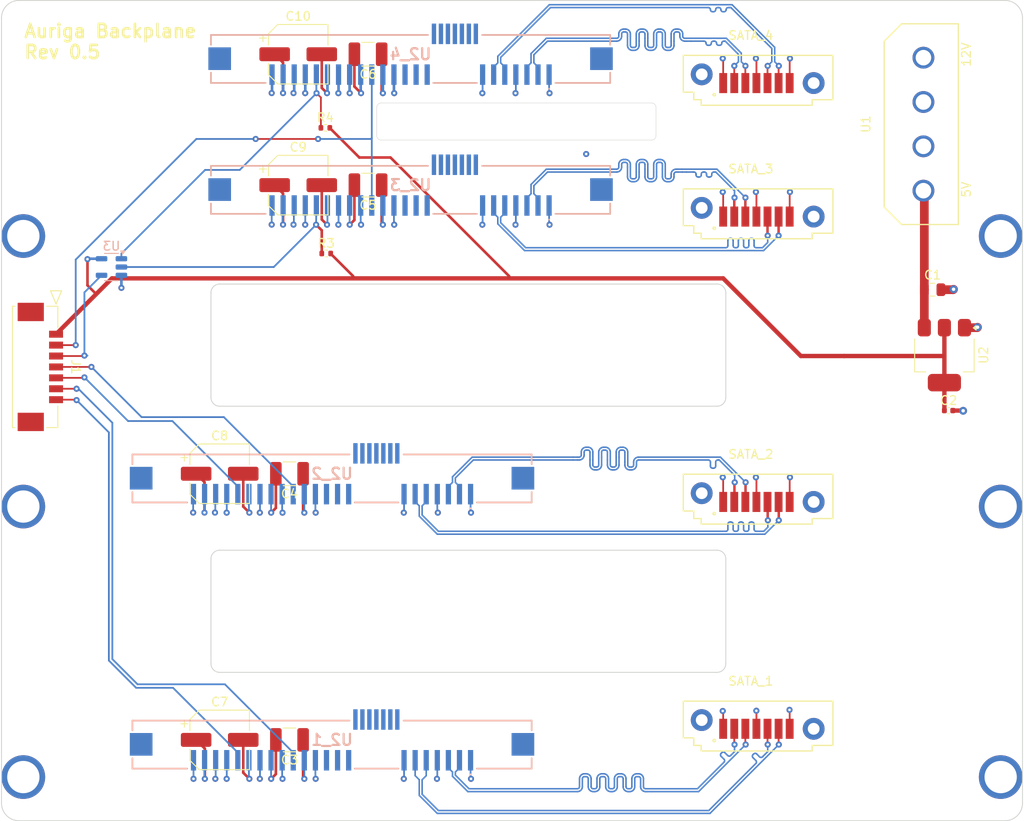
<source format=kicad_pcb>
(kicad_pcb (version 20240108) (generator "pcbnew") (generator_version "8.0")
  (layers (0 "F.Cu" signal) (1 "In1.Cu" power) (2 "In2.Cu" power) (31 "B.Cu" signal) (34 "B.Paste" user) (35 "F.Paste" user) (36 "B.SilkS" user "B.Silkscreen") (37 "F.SilkS" user "F.Silkscreen") (38 "B.Mask" user) (39 "F.Mask" user) (44 "Edge.Cuts" user))
  (net 0 "")
  (net 1 "GND")
  (net 2 "+5V")
  (net 3 "+12V")
  (net 4 "SATA_3_PRS")
  (net 5 "SATA_1_ACT")
  (net 6 "SATA_2_PRS")
  (net 7 "SATA_1_PRS")
  (net 8 "SATA_C_ACT")
  (net 9 "SATA_2_ACT")
  (net 10 "/SATA_4_B+")
  (net 11 "/SATA_4_A-")
  (net 12 "/SATA_4_A+")
  (net 13 "/SATA_4_B-")
  (net 14 "SATA_4_ACT")
  (net 15 "SATA_3_ACT")
  (net 66 "+3.3V")
  (net 67 "/SATA_1_B+")
  (net 68 "/SATA_1_A+")
  (net 69 "/SATA_1_A-")
  (net 70 "/SATA_1_B-")
  (net 71 "/SATA_2_A+")
  (net 72 "/SATA_2_B-")
  (net 73 "/SATA_2_B+")
  (net 74 "/SATA_2_A-")
  (net 75 "/SATA_3_A-")
  (net 76 "/SATA_3_B-")
  (net 77 "/SATA_3_A+")
  (net 78 "/SATA_3_B+")
  (footprint "SATA:SATA_DATA_7" (layer "F.Cu") (at 157.875 100.51 180)
    (property "Reference" "SATA_2")
    (property "Value" "SATA_DATA_7" (hide yes))
  )
  (footprint "Capacitor_SMD:CP_Elec_6.3x7.7" (layer "F.Cu") (at 106 46.665)
    (property "Reference" "C10")
    (property "Value" "270uF" (hide yes))
  )
  (footprint "SATA:SATA_DATA_7" (layer "F.Cu") (at 157.875 52.51 180)
    (property "Reference" "SATA_4")
    (property "Value" "SATA_DATA_7" (hide yes))
  )
  (footprint "Capacitor_SMD:CP_Elec_6.3x7.7" (layer "F.Cu") (at 97 125.24)
    (property "Reference" "C7")
    (property "Value" "270uF")
  )
  (footprint "Holes:MountingHole_3.7mm_Pad_TopBottom_Thin" (layer "F.Cu") (at 74.5 98.5)
    (property "Reference" "H3" (hide yes))
    (property "Value" "MountingHole_Pad" (hide yes))
  )
  (footprint "Resistor_SMD:R_0402_1005Metric" (layer "F.Cu") (at 109.21 69.5)
    (property "Reference" "R3")
    (property "Value" "20k" (hide yes))
  )
  (footprint "SATA:SATA_DATA_7" (layer "F.Cu") (at 157.875 126.51 180)
    (property "Reference" "SATA_1")
    (property "Value" "SATA_DATA_7" (hide yes))
  )
  (footprint "Capacitor_SMD:CP_Elec_6.3x7.7" (layer "F.Cu") (at 106 61.665)
    (property "Reference" "C9")
    (property "Value" "270uF")
  )
  (footprint "Capacitor_SMD:C_1210_3225Metric_Pad1.33x2.70mm_HandSolder" (layer "F.Cu") (at 105 125.24 180)
    (property "Reference" "C3")
    (property "Value" "220uF")
  )
  (footprint "Holes:MountingHole_3.7mm_Pad_TopBottom_Thin" (layer "F.Cu") (at 186.5 98.5)
    (property "Reference" "H4" (hide yes))
    (property "Value" "MountingHole_Pad" (hide yes))
  )
  (footprint "SATA:ATA_POWER_4" (layer "F.Cu") (at 177.65 54.68 -90)
    (property "Reference" "U1")
    (property "Value" "ATA_POWER_4" (hide yes))
  )
  (footprint "SATA:SATA_DATA_7" (layer "F.Cu") (at 157.875 67.81 180)
    (property "Reference" "SATA_3")
    (property "Value" "SATA_DATA_7" (hide yes))
  )
  (footprint "Capacitor_SMD:C_1210_3225Metric_Pad1.33x2.70mm_HandSolder" (layer "F.Cu") (at 105 94.74 180)
    (property "Reference" "C4")
    (property "Value" "220uF")
  )
  (footprint "Capacitor_SMD:CP_Elec_6.3x7.7" (layer "F.Cu") (at 97 94.74)
    (property "Reference" "C8")
    (property "Value" "270uF")
  )
  (footprint "Capacitor_SMD:C_1210_3225Metric_Pad1.33x2.70mm_HandSolder" (layer "F.Cu") (at 114 61.665 180)
    (property "Reference" "C5")
    (property "Value" "220uF")
  )
  (footprint "Holes:MountingHole_3.7mm_Pad_TopBottom_Thin" (layer "F.Cu") (at 74.5 129.5)
    (property "Reference" "H1" (hide yes))
    (property "Value" "MountingHole_Pad" (hide yes))
  )
  (footprint "Holes:MountingHole_3.7mm_Pad_TopBottom_Thin" (layer "F.Cu") (at 186.5 129.5)
    (property "Reference" "H2" (hide yes))
    (property "Value" "MountingHole_Pad" (hide yes))
  )
  (footprint "Resistor_SMD:R_0402_1005Metric" (layer "F.Cu") (at 109.11 55.1)
    (property "Reference" "R4")
    (property "Value" "20k" (hide yes))
  )
  (footprint "Capacitor_SMD:C_0402_1005Metric" (layer "F.Cu") (at 180.53 87.5)
    (property "Reference" "C2")
    (property "Value" "22uF")
  )
  (footprint "Package_TO_SOT_SMD:SOT-223-3_TabPin2" (layer "F.Cu") (at 180.05 81.15 -90)
    (property "Reference" "U2")
    (property "Value" "AMS1117-3.3")
  )
  (footprint "Capacitor_SMD:C_1210_3225Metric_Pad1.33x2.70mm_HandSolder" (layer "F.Cu") (at 114 46.665 180)
    (property "Reference" "C6")
    (property "Value" "220uF")
  )
  (footprint "Capacitor_SMD:C_0805_2012Metric" (layer "F.Cu") (at 178.7 73.65)
    (property "Reference" "C1")
    (property "Value" "10uF")
  )
  (footprint "Molex-532610771:CON_532610771" (layer "F.Cu") (at 78.25 78.75 -90)
    (property "Reference" "J1")
    (property "Value" "532610771" (hide yes))
  )
  (footprint "Holes:MountingHole_3.7mm_Pad_TopBottom_Thin" (layer "F.Cu") (at 186.5 67.5)
    (property "Reference" "H6" (hide yes))
    (property "Value" "MountingHole_Pad" (hide yes))
  )
  (footprint "Holes:MountingHole_3.7mm_Pad_TopBottom_Thin" (layer "F.Cu") (at 74.5 67.5)
    (property "Reference" "H5" (hide yes))
    (property "Value" "MountingHole_Pad" (hide yes))
  )
  (footprint "SATA:10120818001CTRLF" (layer "B.Cu") (at 109.875 125.24)
    (property "Reference" "U2_1")
    (property "Value" "10120818-001C-TRLF" (hide yes))
  )
  (footprint "SATA:10120818001CTRLF" (layer "B.Cu") (at 118.875 46.665)
    (property "Reference" "U2_4")
    (property "Value" "10120818-001C-TRLF" (hide yes))
  )
  (footprint "Package_TO_SOT_SMD:SOT-23-5" (layer "B.Cu") (at 84.6 71.05 180)
    (property "Reference" "U3")
    (property "Value" "74AUP1G08" (hide yes))
  )
  (footprint "SATA:10120818001CTRLF" (layer "B.Cu") (at 109.875 94.74)
    (property "Reference" "U2_2")
    (property "Value" "10120818-001C-TRLF" (hide yes))
  )
  (footprint "SATA:10120818001CTRLF" (layer "B.Cu") (at 118.875 61.665)
    (property "Reference" "U2_3")
    (property "Value" "10120818-001C-TRLF" (hide yes))
  )
  (gr_line (start 97 73) (end 154 73) (stroke (width 0.1)) (layer "Edge.Cuts"))
  (gr_line (start 154 117.5) (end 97 117.5) (stroke (width 0.1)) (layer "Edge.Cuts"))
  (gr_arc (start 96 104.5) (mid 96.292893 103.792893) (end 97 103.5) (stroke (width 0.1)) (layer "Edge.Cuts"))
  (gr_arc (start 115 52.75) (mid 115.146447 52.396447) (end 115.5 52.25) (stroke (width 0.05)) (layer "Edge.Cuts"))
  (gr_line (start 97 103.5) (end 154 103.5) (stroke (width 0.1)) (layer "Edge.Cuts"))
  (gr_arc (start 96 74) (mid 96.292893 73.292893) (end 97 73) (stroke (width 0.1)) (layer "Edge.Cuts"))
  (gr_arc (start 97 117.5) (mid 96.292893 117.207107) (end 96 116.5) (stroke (width 0.1)) (layer "Edge.Cuts"))
  (gr_line (start 146.5 52.25) (end 115.5 52.25) (stroke (width 0.05)) (layer "Edge.Cuts"))
  (gr_line (start 155 104.5) (end 155 116.5) (stroke (width 0.1)) (layer "Edge.Cuts"))
  (gr_arc (start 74 134.5) (mid 72.585786 133.914214) (end 72 132.5) (stroke (width 0.1)) (layer "Edge.Cuts"))
  (gr_arc (start 154 103.5) (mid 154.707107 103.792893) (end 155 104.5) (stroke (width 0.1)) (layer "Edge.Cuts"))
  (gr_line (start 155 74) (end 155 86) (stroke (width 0.1)) (layer "Edge.Cuts"))
  (gr_arc (start 115.5 56.5) (mid 115.146447 56.353553) (end 115 56) (stroke (width 0.05)) (layer "Edge.Cuts"))
  (gr_line (start 96 86) (end 96 74) (stroke (width 0.1)) (layer "Edge.Cuts"))
  (gr_line (start 154 87) (end 97 87) (stroke (width 0.1)) (layer "Edge.Cuts"))
  (gr_line (start 147 56) (end 147 52.75) (stroke (width 0.05)) (layer "Edge.Cuts"))
  (gr_line (start 115.5 56.5) (end 146.5 56.5) (stroke (width 0.05)) (layer "Edge.Cuts"))
  (gr_arc (start 146.5 52.25) (mid 146.853553 52.396447) (end 147 52.75) (stroke (width 0.05)) (layer "Edge.Cuts"))
  (gr_line (start 96 116.5) (end 96 104.5) (stroke (width 0.1)) (layer "Edge.Cuts"))
  (gr_arc (start 97 87) (mid 96.292893 86.707107) (end 96 86) (stroke (width 0.1)) (layer "Edge.Cuts"))
  (gr_line (start 74 40.5) (end 187 40.5) (stroke (width 0.1)) (layer "Edge.Cuts"))
  (gr_arc (start 72 42.5) (mid 72.585786 41.085786) (end 74 40.5) (stroke (width 0.1)) (layer "Edge.Cuts"))
  (gr_arc (start 154 73) (mid 154.707107 73.292893) (end 155 74) (stroke (width 0.1)) (layer "Edge.Cuts"))
  (gr_arc (start 187 40.5) (mid 188.414214 41.085786) (end 189 42.5) (stroke (width 0.1)) (layer "Edge.Cuts"))
  (gr_arc (start 155 86) (mid 154.707107 86.707107) (end 154 87) (stroke (width 0.1)) (layer "Edge.Cuts"))
  (gr_line (start 187 134.5) (end 74 134.5) (stroke (width 0.1)) (layer "Edge.Cuts"))
  (gr_arc (start 189 132.5) (mid 188.414214 133.914214) (end 187 134.5) (stroke (width 0.1)) (layer "Edge.Cuts"))
  (gr_line (start 72 132.5) (end 72 42.5) (stroke (width 0.1)) (layer "Edge.Cuts"))
  (gr_line (start 115 52.75) (end 115 56) (stroke (width 0.05)) (layer "Edge.Cuts"))
  (gr_line (start 189 42.5) (end 189 132.5) (stroke (width 0.1)) (layer "Edge.Cuts"))
  (gr_arc (start 147 56) (mid 146.853553 56.353553) (end 146.5 56.5) (stroke (width 0.05)) (layer "Edge.Cuts"))
  (gr_arc (start 155 116.5) (mid 154.707107 117.207107) (end 154 117.5) (stroke (width 0.1)) (layer "Edge.Cuts"))
  (gr_text "Auriga Backplane\nRev 0.5" (at 74.45 47.3 0) (layer "F.SilkS") (effects (font (size 1.5 1.5) (thickness 0.3) (bold yes)) (justify left bottom)))
  (segment (start 106.5625 125.24) (end 106.5625 129.5625) (width 0.3) (layer "F.Cu") (net 1))
  (segment (start 154.7 65.27) (end 154.7 62.5) (width 0.2) (layer "F.Cu") (net 1))
  (segment (start 182.175 87.5) (end 182.2 87.525) (width 0.5) (layer "F.Cu") (net 1))
  (segment (start 115.5625 61.665) (end 115.5625 66.0625) (width 0.3) (layer "F.Cu") (net 1))
  (segment (start 106.5625 94.74) (end 106.5625 99.0625) (width 0.3) (layer "F.Cu") (net 1))
  (segment (start 162.32 47.18) (end 162.35 47.15) (width 0.2) (layer "F.Cu") (net 1))
  (segment (start 158.51 123.97) (end 158.51 121.91) (width 0.2) (layer "F.Cu") (net 1))
  (segment (start 108.7 50.525) (end 109.3 51.125) (width 0.3) (layer "F.Cu") (net 1))
  (segment (start 182.35 78) (end 183.8 78) (width 1) (layer "F.Cu") (net 1))
  (segment (start 115.5625 50.9875) (end 115.7 51.125) (width 0.3) (layer "F.Cu") (net 1))
  (segment (start 158.51 49.97) (end 158.51 47.21) (width 0.2) (layer "F.Cu") (net 1))
  (segment (start 154.7 123.97) (end 154.7 121.975) (width 0.2) (layer "F.Cu") (net 1))
  (segment (start 158.51 62.51) (end 158.45 62.45) (width 0.2) (layer "F.Cu") (net 1))
  (segment (start 154.7 47.2) (end 154.65 47.15) (width 0.2) (layer "F.Cu") (net 1))
  (segment (start 183.8 78) (end 183.85 77.95) (width 1) (layer "F.Cu") (net 1))
  (segment (start 154.7 121.975) (end 154.65 121.925) (width 0.2) (layer "F.Cu") (net 1))
  (segment (start 99.7 94.74) (end 99.7 98.5) (width 0.3) (layer "F.Cu") (net 1))
  (segment (start 108.7 65.6) (end 109.3 66.2) (width 0.3) (layer "F.Cu") (net 1))
  (segment (start 158.51 95.21) (end 158.45 95.15) (width 0.2) (layer "F.Cu") (net 1))
  (segment (start 106.5625 99.0625) (end 106.7 99.2) (width 0.3) (layer "F.Cu") (net 1))
  (segment (start 158.51 65.27) (end 158.51 62.51) (width 0.2) (layer "F.Cu") (net 1))
  (segment (start 115.5625 46.665) (end 115.5625 50.9875) (width 0.3) (layer "F.Cu") (net 1))
  (segment (start 158.51 121.91) (end 158.5 121.9) (width 0.2) (layer "F.Cu") (net 1))
  (segment (start 162.32 97.97) (end 162.32 95.18) (width 0.2) (layer "F.Cu") (net 1))
  (segment (start 158.51 97.97) (end 158.51 95.21) (width 0.2) (layer "F.Cu") (net 1))
  (segment (start 154.7 49.97) (end 154.7 47.2) (width 0.2) (layer "F.Cu") (net 1))
  (segment (start 154.7 62.5) (end 154.65 62.45) (width 0.2) (layer "F.Cu") (net 1))
  (segment (start 181.05 73.65) (end 181.1 73.6) (width 1) (layer "F.Cu") (net 1))
  (segment (start 162.32 62.48) (end 162.35 62.45) (width 0.2) (layer "F.Cu") (net 1))
  (segment (start 154.7 95.2) (end 154.65 95.15) (width 0.2) (layer "F.Cu") (net 1))
  (segment (start 99.7 129) (end 100.4 129.7) (width 0.3) (layer "F.Cu") (net 1))
  (segment (start 162.32 65.27) (end 162.32 62.48) (width 0.2) (layer "F.Cu") (net 1))
  (segment (start 108.7 46.665) (end 108.7 50.525) (width 0.3) (layer "F.Cu") (net 1))
  (segment (start 179.65 73.65) (end 181.05 73.65) (width 1) (layer "F.Cu") (net 1))
  (segment (start 115.5625 66.0625) (end 115.7 66.2) (width 0.3) (layer "F.Cu") (net 1))
  (segment (start 162.32 123.97) (end 162.32 121.82) (width 0.2) (layer "F.Cu") (net 1))
  (segment (start 106.5625 129.5625) (end 106.7 129.7) (width 0.3) (layer "F.Cu") (net 1))
  (segment (start 154.7 97.97) (end 154.7 95.2) (width 0.2) (layer "F.Cu") (net 1))
  (segment (start 108.7 61.665) (end 108.7 65.6) (width 0.3) (layer "F.Cu") (net 1))
  (segment (start 162.32 121.82) (end 162.3 121.8) (width 0.2) (layer "F.Cu") (net 1))
  (segment (start 162.32 95.18) (end 162.35 95.15) (width 0.2) (layer "F.Cu") (net 1))
  (segment (start 162.32 49.97) (end 162.32 47.18) (width 0.2) (layer "F.Cu") (net 1))
  (segment (start 99.7 98.5) (end 100.4 99.2) (width 0.3) (layer "F.Cu") (net 1))
  (segment (start 139 58.1) (end 138.9375 58.1625) (width 0.2) (layer "F.Cu") (net 1))
  (segment (start 158.51 47.21) (end 158.45 47.15) (width 0.2) (layer "F.Cu") (net 1))
  (segment (start 99.7 125.24) (end 99.7 129) (width 0.3) (layer "F.Cu") (net 1))
  (segment (start 181.01 87.5) (end 182.175 87.5) (width 0.5) (layer "F.Cu") (net 1))
  (via (at 162.35 62.45) (size 0.7) (drill 0.3) (layers "F.Cu" "B.Cu") (net 1))
  (via (at 182.2 87.525) (size 0.9) (drill 0.4) (layers "F.Cu" "B.Cu") (net 1))
  (via (at 117 51.125) (size 0.7) (drill 0.3) (layers "F.Cu" "B.Cu") (net 1))
  (via (at 97.8 129.7) (size 0.7) (drill 0.3) (layers "F.Cu" "B.Cu") (net 1))
  (via (at 181.1 73.6) (size 0.9) (drill 0.4) (layers "F.Cu" "B.Cu") (net 1))
  (via (at 154.65 47.15) (size 0.7) (drill 0.3) (layers "F.Cu" "B.Cu") (net 1))
  (via (at 106.8 66.2) (size 0.7) (drill 0.3) (layers "F.Cu" "B.Cu") (net 1))
  (via (at 154.65 95.15) (size 0.7) (drill 0.3) (layers "F.Cu" "B.Cu") (net 1))
  (via (at 154.65 121.925) (size 0.7) (drill 0.3) (layers "F.Cu" "B.Cu") (net 1))
  (via (at 158.5 121.9) (size 0.7) (drill 0.3) (layers "F.Cu" "B.Cu") (net 1))
  (via (at 122 99.2) (size 0.7) (drill 0.3) (layers "F.Cu" "B.Cu") (net 1))
  (via (at 115.7 51.125) (size 0.7) (drill 0.3) (layers "F.Cu" "B.Cu") (net 1))
  (via (at 127.1 66.2) (size 0.7) (drill 0.3) (layers "F.Cu" "B.Cu") (net 1))
  (via (at 109.3 66.2) (size 0.7) (drill 0.3) (layers "F.Cu" "B.Cu") (net 1))
  (via (at 134.8 66.2) (size 0.7) (drill 0.3) (layers "F.Cu" "B.Cu") (net 1))
  (via (at 158.45 95.15) (size 0.7) (drill 0.3) (layers "F.Cu" "B.Cu") (net 1))
  (via (at 97.8 99.2) (size 0.7) (drill 0.3) (layers "F.Cu" "B.Cu") (net 1))
  (via (at 85.7375 73.4375) (size 0.7) (drill 0.3) (layers "F.Cu" "B.Cu") (net 1))
  (via (at 130.9 51.125) (size 0.7) (drill 0.3) (layers "F.Cu" "B.Cu") (net 1))
  (via (at 108 129.7) (size 0.7) (drill 0.3) (layers "F.Cu" "B.Cu") (net 1))
  (via (at 139 58.1) (size 0.7) (drill 0.3) (layers "F.Cu" "B.Cu") (net 1))
  (via (at 117 66.2) (size 0.7) (drill 0.3) (layers "F.Cu" "B.Cu") (net 1))
  (via (at 162.35 47.15) (size 0.7) (drill 0.3) (layers "F.Cu" "B.Cu") (net 1))
  (via (at 118.1 129.7) (size 0.7) (drill 0.3) (layers "F.Cu" "B.Cu") (net 1))
  (via (at 158.45 47.15) (size 0.7) (drill 0.3) (layers "F.Cu" "B.Cu") (net 1))
  (via (at 158.45 62.45) (size 0.7) (drill 0.3) (layers "F.Cu" "B.Cu") (net 1))
  (via (at 121.9 129.7) (size 0.7) (drill 0.3) (layers "F.Cu" "B.Cu") (net 1))
  (via (at 106.7 129.7) (size 0.7) (drill 0.3) (layers "F.Cu" "B.Cu") (net 1))
  (via (at 115.7 66.2) (size 0.7) (drill 0.3) (layers "F.Cu" "B.Cu") (net 1))
  (via (at 118.1 99.2) (size 0.7) (drill 0.3) (layers "F.Cu" "B.Cu") (net 1))
  (via (at 134.8 51.125) (size 0.7) (drill 0.3) (layers "F.Cu" "B.Cu") (net 1))
  (via (at 108 99.2) (size 0.7) (drill 0.3) (layers "F.Cu" "B.Cu") (net 1))
  (via (at 106.7 99.2) (size 0.7) (drill 0.3) (layers "F.Cu" "B.Cu") (net 1))
  (via (at 183.85 77.95) (size 0.9) (drill 0.4) (layers "F.Cu" "B.Cu") (net 1))
  (via (at 162.35 95.15) (size 0.7) (drill 0.3) (layers "F.Cu" "B.Cu") (net 1))
  (via (at 125.8 99.2) (size 0.7) (drill 0.3) (layers "F.Cu" "B.Cu") (net 1))
  (via (at 162.3 121.8) (size 0.7) (drill 0.3) (layers "F.Cu" "B.Cu") (net 1))
  (via (at 125.8 129.7) (size 0.7) (drill 0.3) (layers "F.Cu" "B.Cu") (net 1))
  (via (at 127.1 51.125) (size 0.7) (drill 0.3) (layers "F.Cu" "B.Cu") (net 1))
  (via (at 109.3 51.125) (size 0.7) (drill 0.3) (layers "F.Cu" "B.Cu") (net 1))
  (via (at 100.4 129.7) (size 0.7) (drill 0.3) (layers "F.Cu" "B.Cu") (net 1))
  (via (at 100.4 99.2) (size 0.7) (drill 0.3) (layers "F.Cu" "B.Cu") (net 1))
  (via (at 154.65 62.45) (size 0.7) (drill 0.3) (layers "F.Cu" "B.Cu") (net 1))
  (via (at 130.9 66.2) (size 0.7) (drill 0.3) (layers "F.Cu" "B.Cu") (net 1))
  (via (at 106.8 51.125) (size 0.7) (drill 0.3) (layers "F.Cu" "B.Cu") (net 1))
  (segment (start 125.75 129.65) (end 125.8 129.7) (width 0.2) (layer "B.Cu") (net 1))
  (segment (start 118.13 99.17) (end 118.1 99.2) (width 0.2) (layer "B.Cu") (net 1))
  (segment (start 121.94 97.075) (end 121.94 99.14) (width 0.2) (layer "B.Cu") (net 1))
  (segment (start 134.75 49) (end 134.75 51.075) (width 0.2) (layer "B.Cu") (net 1))
  (segment (start 118.13 97.075) (end 118.13 99.17) (width 0.2) (layer "B.Cu") (net 1))
  (segment (start 116.97 49) (end 116.97 51.095) (width 0.3) (layer "B.Cu") (net 1))
  (segment (start 134.75 66.15) (end 134.8 66.2) (width 0.2) (layer "B.Cu") (net 1))
  (segment (start 97.81 129.69) (end 97.8 129.7) (width 0.2) (layer "B.Cu") (net 1))
  (segment (start 115.7 49) (end 115.7 51.125) (width 0.3) (layer "B.Cu") (net 1))
  (segment (start 130.94 66.16) (end 130.9 66.2) (width 0.2) (layer "B.Cu") (net 1))
  (segment (start 121.94 129.66) (end 121.9 129.7) (width 0.2) (layer "B.Cu") (net 1))
  (segment (start 127.13 64) (end 127.13 66.17) (width 0.2) (layer "B.Cu") (net 1))
  (segment (start 125.75 127.575) (end 125.75 129.65) (width 0.2) (layer "B.Cu") (net 1))
  (segment (start 100.35 129.65) (end 100.4 129.7) (width 0.2) (layer "B.Cu") (net 1))
  (segment (start 107.97 99.17) (end 108 99.2) (width 0.2) (layer "B.Cu") (net 1))
  (segment (start 109.35 51.075) (end 109.3 51.125) (width 0.3) (layer "B.Cu") (net 1))
  (segment (start 134.75 51.075) (end 134.8 51.125) (width 0.2) (layer "B.Cu") (net 1))
  (segment (start 100.35 97.075) (end 100.35 99.15) (width 0.2) (layer "B.Cu") (net 1))
  (segment (start 125.75 99.15) (end 125.8 99.2) (width 0.2) (layer "B.Cu") (net 1))
  (segment (start 121.94 99.14) (end 122 99.2) (width 0.2) (layer "B.Cu") (net 1))
  (segment (start 109.35 49) (end 109.35 51.075) (width 0.3) (layer "B.Cu") (net 1))
  (segment (start 127.13 51.095) (end 127.1 51.125) (width 0.2) (layer "B.Cu") (net 1))
  (segment (start 85.7375 73.4375) (end 85.7375 72) (width 0.3) (layer "B.Cu") (net 1))
  (segment (start 97.81 127.575) (end 97.81 129.69) (width 0.2) (layer "B.Cu") (net 1))
  (segment (start 127.13 49) (end 127.13 51.095) (width 0.2) (layer "B.Cu") (net 1))
  (segment (start 134.75 64) (end 134.75 66.15) (width 0.2) (layer "B.Cu") (net 1))
  (segment (start 106.81 51.115) (end 106.8 51.125) (width 0.3) (layer "B.Cu") (net 1))
  (segment (start 118.13 129.67) (end 118.1 129.7) (width 0.2) (layer "B.Cu") (net 1))
  (segment (start 121.94 127.575) (end 121.94 129.66) (width 0.2) (layer "B.Cu") (net 1))
  (segment (start 116.97 64) (end 116.97 66.17) (width 0.2) (layer "B.Cu") (net 1))
  (segment (start 106.7 127.575) (end 106.7 129.7) (width 0.2) (layer "B.Cu") (net 1))
  (segment (start 97.81 97.075) (end 97.81 99.19) (width 0.2) (layer "B.Cu") (net 1))
  (segment (start 106.81 66.19) (end 106.8 66.2) (width 0.2) (layer "B.Cu") (net 1))
  (segment (start 109.35 64) (end 109.35 66.15) (width 0.2) (layer "B.Cu") (net 1))
  (segment (start 125.75 97.075) (end 125.75 99.15) (width 0.2) (layer "B.Cu") (net 1))
  (segment (start 130.94 64) (end 130.94 66.16) (width 0.2) (layer "B.Cu") (net 1))
  (segment (start 107.97 129.67) (end 108 129.7) (width 0.2) (layer "B.Cu") (net 1))
  (segment (start 100.35 127.575) (end 100.35 129.65) (width 0.2) (layer "B.Cu") (net 1))
  (segment (start 109.35 66.15) (end 109.3 66.2) (width 0.2) (layer "B.Cu") (net 1))
  (segment (start 106.7 97.075) (end 106.7 99.2) (width 0.2) (layer "B.Cu") (net 1))
  (segment (start 97.81 99.19) (end 97.8 99.2) (width 0.2) (layer "B.Cu") (net 1))
  (segment (start 130.94 51.085) (end 130.9 51.125) (width 0.2) (layer "B.Cu") (net 1))
  (segment (start 118.13 127.575) (end 118.13 129.67) (width 0.2) (layer "B.Cu") (net 1))
  (segment (start 116.97 51.095) (end 117 51.125) (width 0.3) (layer "B.Cu") (net 1))
  (segment (start 130.94 49) (end 130.94 51.085) (width 0.2) (layer "B.Cu") (net 1))
  (segment (start 127.13 66.17) (end 127.1 66.2) (width 0.2) (layer "B.Cu") (net 1))
  (segment (start 100.35 99.15) (end 100.4 99.2) (width 0.2) (layer "B.Cu") (net 1))
  (segment (start 115.7 64) (end 115.7 66.2) (width 0.2) (layer "B.Cu") (net 1))
  (segment (start 107.97 127.575) (end 107.97 129.67) (width 0.2) (layer "B.Cu") (net 1))
  (segment (start 107.97 97.075) (end 107.97 99.17) (width 0.2) (layer "B.Cu") (net 1))
  (segment (start 106.81 64) (end 106.81 66.19) (width 0.2) (layer "B.Cu") (net 1))
  (segment (start 116.97 66.17) (end 117 66.2) (width 0.2) (layer "B.Cu") (net 1))
  (segment (start 106.81 49) (end 106.81 51.115) (width 0.3) (layer "B.Cu") (net 1))
  (segment (start 103.4375 94.74) (end 103.4375 98.6625) (width 0.3) (layer "F.Cu") (net 2))
  (segment (start 112.4375 46.665) (end 112.4375 50.3625) (width 0.3) (layer "F.Cu") (net 2))
  (segment (start 103.4375 98.6625) (end 102.9 99.2) (width 0.3) (layer "F.Cu") (net 2))
  (segment (start 177.75 73.65) (end 177.75 78) (width 1) (layer "F.Cu") (net 2))
  (segment (start 112.4375 50.3625) (end 113.2 51.125) (width 0.3) (layer "F.Cu") (net 2))
  (segment (start 112.4375 65.6625) (end 111.9 66.2) (width 0.3) (layer "F.Cu") (net 2))
  (segment (start 112.4375 61.665) (end 112.4375 65.6625) (width 0.3) (layer "F.Cu") (net 2))
  (segment (start 103.4375 125.24) (end 103.4375 129.1625) (width 0.3) (layer "F.Cu") (net 2))
  (segment (start 177.75 73.65) (end 177.75 62.4) (width 1) (layer "F.Cu") (net 2))
  (segment (start 177.75 62.4) (end 177.65 62.3) (width 1) (layer "F.Cu") (net 2))
  (segment (start 103.4375 129.1625) (end 102.9 129.7) (width 0.3) (layer "F.Cu") (net 2))
  (via (at 101.6 129.7) (size 0.7) (drill 0.3) (layers "F.Cu" "B.Cu") (net 2))
  (via (at 102.9 129.7) (size 0.7) (drill 0.3) (layers "F.Cu" "B.Cu") (net 2))
  (via (at 101.6 99.2) (size 0.7) (drill 0.3) (layers "F.Cu" "B.Cu") (net 2))
  (via (at 102.9 99.2) (size 0.7) (drill 0.3) (layers "F.Cu" "B.Cu") (net 2))
  (via (at 113.2 66.2) (size 0.7) (drill 0.3) (layers "F.Cu" "B.Cu") (net 2))
  (via (at 104.2 129.7) (size 0.7) (drill 0.3) (layers "F.Cu" "B.Cu") (net 2))
  (via (at 110.6 51.125) (size 0.7) (drill 0.3) (layers "F.Cu" "B.Cu") (net 2))
  (via (at 113.2 51.125) (size 0.7) (drill 0.3) (layers "F.Cu" "B.Cu") (net 2))
  (via (at 111.9 51.125) (size 0.7) (drill 0.3) (layers "F.Cu" "B.Cu") (net 2))
  (via (at 104.2 99.2) (size 0.7) (drill 0.3) (layers "F.Cu" "B.Cu") (net 2))
  (via (at 111.9 66.2) (size 0.7) (drill 0.3) (layers "F.Cu" "B.Cu") (net 2))
  (via (at 110.6 66.2) (size 0.7) (drill 0.3) (layers "F.Cu" "B.Cu") (net 2))
  (segment (start 111.89 49) (end 111.89 51.115) (width 0.3) (layer "B.Cu") (net 2))
  (segment (start 110.62 64) (end 110.62 66.18) (width 0.2) (layer "B.Cu") (net 2))
  (segment (start 113.16 64) (end 113.16 66.16) (width 0.2) (layer "B.Cu") (net 2))
  (segment (start 104.16 127.5) (end 104.16 129.66) (width 0.2) (layer "B.Cu") (net 2))
  (segment (start 102.89 97) (end 102.89 99.19) (width 0.2) (layer "B.Cu") (net 2))
  (segment (start 111.89 51.115) (end 111.9 51.125) (width 0.3) (layer "B.Cu") (net 2))
  (segment (start 113.2 48.676396) (end 113.129302 48.605698) (width 0.3) (layer "B.Cu") (net 2))
  (segment (start 101.62 127.5) (end 101.62 129.68) (width 0.2) (layer "B.Cu") (net 2))
  (segment (start 110.62 51.105) (end 110.6 51.125) (width 0.3) (layer "B.Cu") (net 2))
  (segment (start 113.16 49) (end 113.16 51.085) (width 0.3) (layer "B.Cu") (net 2))
  (segment (start 113.16 66.16) (end 113.2 66.2) (width 0.2) (layer "B.Cu") (net 2))
  (segment (start 111.89 64) (end 111.89 66.19) (width 0.2) (layer "B.Cu") (net 2))
  (segment (start 101.62 97) (end 101.62 99.18) (width 0.2) (layer "B.Cu") (net 2))
  (segment (start 104.16 97) (end 104.16 99.16) (width 0.2) (layer "B.Cu") (net 2))
  (segment (start 102.89 127.5) (end 102.89 129.69) (width 0.2) (layer "B.Cu") (net 2))
  (segment (start 111.89 66.19) (end 111.9 66.2) (width 0.2) (layer "B.Cu") (net 2))
  (segment (start 110.62 66.18) (end 110.6 66.2) (width 0.2) (layer "B.Cu") (net 2))
  (segment (start 110.62 49) (end 110.62 51.105) (width 0.3) (layer "B.Cu") (net 2))
  (segment (start 113.16 51.085) (end 113.2 51.125) (width 0.3) (layer "B.Cu") (net 2))
  (segment (start 94.3 94.74) (end 95.26 95.7) (width 0.3) (layer "F.Cu") (net 3))
  (segment (start 103.3 61.665) (end 104.26 62.625) (width 0.3) (layer "F.Cu") (net 3))
  (segment (start 94.3 125.24) (end 95.3 126.24) (width 0.3) (layer "F.Cu") (net 3))
  (segment (start 104.26 47.625) (end 104.26 51.115) (width 0.3) (layer "F.Cu") (net 3))
  (segment (start 95.26 95.7) (end 95.26 99.19) (width 0.3) (layer "F.Cu") (net 3))
  (segment (start 103.3 46.665) (end 104.26 47.625) (width 0.3) (layer "F.Cu") (net 3))
  (segment (start 104.26 62.625) (end 104.26 66.19) (width 0.3) (layer "F.Cu") (net 3))
  (segment (start 95.3 126.24) (end 95.3 129.7) (width 0.3) (layer "F.Cu") (net 3))
  (via (at 95.26 99.19) (size 0.7) (drill 0.3) (layers "F.Cu" "B.Cu") (net 3))
  (via (at 96.5 129.7) (size 0.7) (drill 0.3) (layers "F.Cu" "B.Cu") (net 3))
  (via (at 96.46 99.19) (size 0.7) (drill 0.3) (layers "F.Cu" "B.Cu") (net 3))
  (via (at 104.26 51.115) (size 0.7) (drill 0.3) (layers "F.Cu" "B.Cu") (net 3))
  (via (at 104.26 66.19) (size 0.7) (drill 0.3) (layers "F.Cu" "B.Cu") (net 3))
  (via (at 95.3 129.7) (size 0.7) (drill 0.3) (layers "F.Cu" "B.Cu") (net 3))
  (via (at 105.46 51.115) (size 0.7) (drill 0.3) (layers "F.Cu" "B.Cu") (net 3))
  (via (at 102.96 66.19) (size 0.7) (drill 0.3) (layers "F.Cu" "B.Cu") (net 3))
  (via (at 94 129.7) (size 0.7) (drill 0.3) (layers "F.Cu" "B.Cu") (net 3))
  (via (at 105.46 66.19) (size 0.7) (drill 0.3) (layers "F.Cu" "B.Cu") (net 3))
  (via (at 102.96 51.115) (size 0.7) (drill 0.3) (layers "F.Cu" "B.Cu") (net 3))
  (via (at 93.96 99.19) (size 0.7) (drill 0.3) (layers "F.Cu" "B.Cu") (net 3))
  (segment (start 94 127.575) (end 94 129.75) (width 0.2) (layer "B.Cu") (net 3))
  (segment (start 105.54 51.035) (end 105.46 51.115) (width 0.3) (layer "B.Cu") (net 3))
  (segment (start 96.5 97.065) (end 96.5 99.2) (width 0.2) (layer "B.Cu") (net 3))
  (segment (start 104.27 49) (end 104.27 51.105) (width 0.3) (layer "B.Cu") (net 3))
  (segment (start 102.96 64.065) (end 102.96 66.24) (width 0.2) (layer "B.Cu") (net 3))
  (segment (start 105.54 49) (end 105.54 51.035) (width 0.3) (layer "B.Cu") (net 3))
  (segment (start 96.54 129.71) (end 96.5 129.75) (width 0.2) (layer "B.Cu") (net 3))
  (segment (start 104.23 64.065) (end 104.23 66.22) (width 0.2) (layer "B.Cu") (net 3))
  (segment (start 93.96 97.065) (end 93.96 99.24) (width 0.2) (layer "B.Cu") (net 3))
  (segment (start 103 49) (end 103 51.075) (width 0.3) (layer "B.Cu") (net 3))
  (segment (start 105.5 64.065) (end 105.5 66.2) (width 0.2) (layer "B.Cu") (net 3))
  (segment (start 104.27 51.105) (end 104.26 51.115) (width 0.3) (layer "B.Cu") (net 3))
  (segment (start 95.23 97.065) (end 95.23 99.22) (width 0.2) (layer "B.Cu") (net 3))
  (segment (start 95.27 129.73) (end 95.25 129.75) (width 0.2) (layer "B.Cu") (net 3))
  (segment (start 103 51.075) (end 102.96 51.115) (width 0.3) (layer "B.Cu") (net 3))
  (segment (start 96.54 127.575) (end 96.54 129.71) (width 0.2) (layer "B.Cu") (net 3))
  (segment (start 95.27 127.575) (end 95.27 129.73) (width 0.2) (layer "B.Cu") (net 3))
  (segment (start 108.275 56.375) (end 101.125 56.375) (width 0.2) (layer "F.Cu") (net 4))
  (segment (start 78.25 80) (end 80.5 80) (width 0.2) (layer "F.Cu") (net 4))
  (via (at 101.125 56.375) (size 0.7) (drill 0.3) (layers "F.Cu" "B.Cu") (net 4))
  (via (at 80.5 80) (size 0.7) (drill 0.3) (layers "F.Cu" "B.Cu") (net 4))
  (via (at 108.275 56.375) (size 0.7) (drill 0.3) (layers "F.Cu" "B.Cu") (net 4))
  (segment (start 114.43 49) (end 114.43 56.275) (width 0.2) (layer "B.Cu") (net 4))
  (segment (start 80.5 70.2) (end 80.5 80) (width 0.2) (layer "B.Cu") (net 4))
  (segment (start 101.125 56.375) (end 94.325 56.375) (width 0.2) (layer "B.Cu") (net 4))
  (segment (start 114.33 56.375) (end 114.43 56.275) (width 0.2) (layer "B.Cu") (net 4))
  (segment (start 94.325 56.375) (end 80.5 70.2) (width 0.2) (layer "B.Cu") (net 4))
  (segment (start 114.43 64) (end 114.43 56.275) (width 0.2) (layer "B.Cu") (net 4))
  (segment (start 108.275 56.375) (end 114.33 56.375) (width 0.2) (layer "B.Cu") (net 4))
  (segment (start 78.25 86.25) (end 80.55 86.25) (width 0.2) (layer "F.Cu") (net 5))
  (segment (start 80.55 86.25) (end 80.6 86.3) (width 0.2) (layer "F.Cu") (net 5))
  (via (at 80.6 86.3) (size 0.7) (drill 0.3) (layers "F.Cu" "B.Cu") (net 5))
  (segment (start 87.421472 119.27) (end 84.3 116.148528) (width 0.2) (layer "B.Cu") (net 5))
  (segment (start 99.08 126.7) (end 91.65 119.27) (width 0.2) (layer "B.Cu") (net 5))
  (segment (start 84.3 116.148528) (end 84.3 90) (width 0.2) (layer "B.Cu") (net 5))
  (segment (start 84.3 90) (end 80.6 86.3) (width 0.2) (layer "B.Cu") (net 5))
  (segment (start 99.1 127.595) (end 99.08 127.575) (width 0.3) (layer "B.Cu") (net 5))
  (segment (start 99.08 127.575) (end 99.08 126.7) (width 0.2) (layer "B.Cu") (net 5))
  (segment (start 91.65 119.27) (end 87.421472 119.27) (width 0.2) (layer "B.Cu") (net 5))
  (segment (start 78.25 82.5) (end 82.3 82.5) (width 0.2) (layer "F.Cu") (net 6))
  (via (at 82.3 82.5) (size 0.7) (drill 0.3) (layers "F.Cu" "B.Cu") (net 6))
  (segment (start 105.43 96.2) (end 105.43 97.075) (width 0.2) (layer "B.Cu") (net 6))
  (segment (start 97.48 88.25) (end 105.43 96.2) (width 0.2) (layer "B.Cu") (net 6))
  (segment (start 82.3 82.5) (end 88.05 88.25) (width 0.2) (layer "B.Cu") (net 6))
  (segment (start 88.05 88.25) (end 97.48 88.25) (width 0.2) (layer "B.Cu") (net 6))
  (segment (start 78.25 85) (end 80.6 85) (width 0.2) (layer "F.Cu") (net 7))
  (via (at 80.6 85) (size 0.7) (drill 0.3) (layers "F.Cu" "B.Cu") (net 7))
  (segment (start 105.43 126.7) (end 97.6 118.87) (width 0.2) (layer "B.Cu") (net 7))
  (segment (start 105.43 127.575) (end 105.43 126.7) (width 0.2) (layer "B.Cu") (net 7))
  (segment (start 97.6 118.87) (end 87.587158 118.87) (width 0.2) (layer "B.Cu") (net 7))
  (segment (start 87.587158 118.87) (end 84.7 115.982842) (width 0.2) (layer "B.Cu") (net 7))
  (segment (start 84.7 88.9) (end 80.8 85) (width 0.2) (layer "B.Cu") (net 7))
  (segment (start 84.7 115.982842) (end 84.7 88.9) (width 0.2) (layer "B.Cu") (net 7))
  (segment (start 80.8 85) (end 80.6 85) (width 0.2) (layer "B.Cu") (net 7))
  (segment (start 81.45 81.25) (end 81.5 81.2) (width 0.2) (layer "F.Cu") (net 8))
  (segment (start 78.25 81.25) (end 81.45 81.25) (width 0.2) (layer "F.Cu") (net 8))
  (via (at 81.5 81.2) (size 0.7) (drill 0.3) (layers "F.Cu" "B.Cu") (net 8))
  (segment (start 81.5 73.9625) (end 81.5 81.2) (width 0.2) (layer "B.Cu") (net 8))
  (segment (start 83.4625 72) (end 81.5 73.9625) (width 0.2) (layer "B.Cu") (net 8))
  (segment (start 81.85 81.2) (end 81.5 81.2) (width 0.2) (layer "B.Cu") (net 8))
  (segment (start 78.25 83.75) (end 81.45 83.75) (width 0.2) (layer "F.Cu") (net 9))
  (segment (start 81.45 83.75) (end 81.5 83.7) (width 0.2) (layer "F.Cu") (net 9))
  (via (at 81.5 83.7) (size 0.7) (drill 0.3) (layers "F.Cu" "B.Cu") (net 9))
  (segment (start 86.5 88.7) (end 81.5 83.7) (width 0.2) (layer "B.Cu") (net 9))
  (segment (start 99.08 97.075) (end 99.08 96.2) (width 0.2) (layer "B.Cu") (net 9))
  (segment (start 91.58 88.7) (end 86.5 88.7) (width 0.2) (layer "B.Cu") (net 9))
  (segment (start 99.08 96.2) (end 91.58 88.7) (width 0.2) (layer "B.Cu") (net 9))
  (segment (start 161.05 48.025) (end 161.075 48) (width 0.2) (layer "F.Cu") (net 10))
  (segment (start 161.05 49.97) (end 161.05 48.025) (width 0.2) (layer "F.Cu") (net 10))
  (via (at 161.075 48) (size 0.7) (drill 0.3) (layers "F.Cu" "B.Cu") (net 10))
  (segment (start 128.87135 46.897212) (end 134.779912 40.98865) (width 0.1773) (layer "B.Cu") (net 10))
  (segment (start 134.779912 40.98865) (end 155.720088 40.98865) (width 0.1773) (layer "B.Cu") (net 10))
  (segment (start 128.87135 47.65365) (end 128.87135 46.897212) (width 0.1773) (layer "B.Cu") (net 10))
  (segment (start 128.4 48.575) (end 128.4 49.45) (width 0.2779) (layer "B.Cu") (net 10))
  (segment (start 128.4 49) (end 128.4 49.875) (width 0.2779) (layer "B.Cu") (net 10))
  (segment (start 128.4 49) (end 128.4 48.125) (width 0.1773) (layer "B.Cu") (net 10))
  (segment (start 160.601151 47.526151) (end 161.075 48) (width 0.1773) (layer "B.Cu") (net 10))
  (segment (start 155.720088 40.98865) (end 160.601151 45.869713) (width 0.1773) (layer "B.Cu") (net 10))
  (segment (start 128.4 48.125) (end 128.87135 47.65365) (width 0.1773) (layer "B.Cu") (net 10))
  (segment (start 160.601151 45.869713) (end 160.601151 47.526151) (width 0.1773) (layer "B.Cu") (net 10))
  (segment (start 157.24 49.97) (end 157.24 48.01) (width 0.2) (layer "F.Cu") (net 11))
  (segment (start 157.24 48.01) (end 157.25 48) (width 0.2) (layer "F.Cu") (net 11))
  (via (at 157.25 48) (size 0.7) (drill 0.3) (layers "F.Cu" "B.Cu") (net 11))
  (segment (start 144.06365 44.6) (end 144.06365 45.65365) (width 0.1773) (layer "B.Cu") (net 11))
  (segment (start 156.776151 47.526151) (end 157.25 48) (width 0.1773) (layer "B.Cu") (net 11))
  (segment (start 148.06365 44.83635) (end 148.06365 45.653651) (width 0.1773) (layer "B.Cu") (net 11))
  (segment (start 132.21 48.125) (end 132.68135 47.65365) (width 0.1773) (layer "B.Cu") (net 11))
  (segment (start 134.432212 44.83635) (end 142.5 44.83635) (width 0.1773) (layer "B.Cu") (net 11))
  (segment (start 132.21 49.45) (end 132.21 48.575) (width 0.2779) (layer "B.Cu") (net 11))
  (segment (start 149.3 43.782702) (end 149.5 43.782702) (width 0.1773) (layer "B.Cu") (net 11))
  (segment (start 142.73635 44.6) (end 142.73635 44.346352) (width 0.1773) (layer "B.Cu") (net 11))
  (segment (start 144.3 45.89) (end 144.5 45.89) (width 0.1773) (layer "B.Cu") (net 11))
  (segment (start 144.73635 45.65365) (end 144.73635 45.16365) (width 0.1773) (layer "B.Cu") (net 11))
  (segment (start 150.3 44.83635) (end 150.5 44.83635) (width 0.1773) (layer "B.Cu") (net 11))
  (segment (start 144.73635 45.16365) (end 144.73635 44.346352) (width 0.1773) (layer "B.Cu") (net 11))
  (segment (start 146.3 45.890001) (end 146.5 45.890001) (width 0.1773) (layer "B.Cu") (net 11))
  (segment (start 146.06365 44.83635) (end 146.06365 45.653651) (width 0.1773) (layer "B.Cu") (net 11))
  (segment (start 143.3 43.782702) (end 143.5 43.782702) (width 0.1773) (layer "B.Cu") (net 11))
  (segment (start 150.5 44.83635) (end 151 44.83635) (width 0.1773) (layer "B.Cu") (net 11))
  (segment (start 146.73635 45.16365) (end 146.73635 44.346352) (width 0.1773) (layer "B.Cu") (net 11))
  (segment (start 146.06365 44.346352) (end 146.06365 44.83635) (width 0.1773) (layer "B.Cu") (net 11))
  (segment (start 145.3 43.782702) (end 145.5 43.782702) (width 0.1773) (layer "B.Cu") (net 11))
  (segment (start 155.067788 44.83635) (end 156.776151 46.544713) (width 0.1773) (layer "B.Cu") (net 11))
  (segment (start 150.06365 44.346352) (end 150.06365 44.6) (width 0.1773) (layer "B.Cu") (net 11))
  (segment (start 156.776151 46.544713) (end 156.776151 47.526151) (width 0.1773) (layer "B.Cu") (net 11))
  (segment (start 132.68135 46.587212) (end 134.432212 44.83635) (width 0.1773) (layer "B.Cu") (net 11))
  (segment (start 148.73635 45.16365) (end 148.73635 44.346352) (width 0.1773) (layer "B.Cu") (net 11))
  (segment (start 146.73635 45.653651) (end 146.73635 45.16365) (width 0.1773) (layer "B.Cu") (net 11))
  (segment (start 147.3 43.782702) (end 147.5 43.782702) (width 0.1773) (layer "B.Cu") (net 11))
  (segment (start 144.06365 44.346352) (end 144.06365 44.6) (width 0.1773) (layer "B.Cu") (net 11))
  (segment (start 148.73635 45.653651) (end 148.73635 45.16365) (width 0.1773) (layer "B.Cu") (net 11))
  (segment (start 151 44.83635) (end 155.067788 44.83635) (width 0.1773) (layer "B.Cu") (net 11))
  (segment (start 148.06365 44.346352) (end 148.06365 44.83635) (width 0.1773) (layer "B.Cu") (net 11))
  (segment (start 148.3 45.890001) (end 148.5 45.890001) (width 0.1773) (layer "B.Cu") (net 11))
  (segment (start 132.21 49) (end 132.21 48.125) (width 0.1773) (layer "B.Cu") (net 11))
  (segment (start 132.68135 47.65365) (end 132.68135 46.587212) (width 0.1773) (layer "B.Cu") (net 11))
  (arc (start 146.73635 44.346352) (mid 146.901439 43.947791) (end 147.3 43.782702) (width 0.1773) (layer "B.Cu") (net 11))
  (arc (start 146.06365 45.653651) (mid 146.132875 45.820776) (end 146.3 45.890001) (width 0.1773) (layer "B.Cu") (net 11))
  (arc (start 148.06365 45.653651) (mid 148.132875 45.820776) (end 148.3 45.890001) (width 0.1773) (layer "B.Cu") (net 11))
  (arc (start 146.5 45.890001) (mid 146.667125 45.820776) (end 146.73635 45.653651) (width 0.1773) (layer "B.Cu") (net 11))
  (arc (start 144.06365 45.65365) (mid 144.132875 45.820775) (end 144.3 45.89) (width 0.1773) (layer "B.Cu") (net 11))
  (arc (start 148.73635 44.346352) (mid 148.901439 43.947791) (end 149.3 43.782702) (width 0.1773) (layer "B.Cu") (net 11))
  (arc (start 143.5 43.782702) (mid 143.898561 43.947791) (end 144.06365 44.346352) (width 0.1773) (layer "B.Cu") (net 11))
  (arc (start 149.5 43.782702) (mid 149.898561 43.947791) (end 150.06365 44.346352) (width 0.1773) (layer "B.Cu") (net 11))
  (arc (start 144.73635 44.346352) (mid 144.901439 43.947791) (end 145.3 43.782702) (width 0.1773) (layer "B.Cu") (net 11))
  (arc (start 142.5 44.83635) (mid 142.667125 44.767125) (end 142.73635 44.6) (width 0.1773) (layer "B.Cu") (net 11))
  (arc (start 147.5 43.782702) (mid 147.898561 43.947791) (end 148.06365 44.346352) (width 0.1773) (layer "B.Cu") (net 11))
  (arc (start 145.5 43.782702) (mid 145.898561 43.947791) (end 146.06365 44.346352) (width 0.1773) (layer "B.Cu") (net 11))
  (arc (start 144.5 45.89) (mid 144.667125 45.820775) (end 144.73635 45.65365) (width 0.1773) (layer "B.Cu") (net 11))
  (arc (start 150.06365 44.6) (mid 150.132875 44.767125) (end 150.3 44.83635) (width 0.1773) (layer "B.Cu") (net 11))
  (arc (start 142.73635 44.346352) (mid 142.901439 43.947791) (end 143.3 43.782702) (width 0.1773) (layer "B.Cu") (net 11))
  (arc (start 148.5 45.890001) (mid 148.667125 45.820776) (end 148.73635 45.653651) (width 0.1773) (layer "B.Cu") (net 11))
  (segment (start 155.97 49.97) (end 155.97 48.005) (width 0.2) (layer "F.Cu") (net 12))
  (segment (start 155.97 48.005) (end 155.975 48) (width 0.2) (layer "F.Cu") (net 12))
  (via (at 155.975 48) (size 0.7) (drill 0.3) (layers "F.Cu" "B.Cu") (net 12))
  (segment (start 133.48 48.125) (end 133.00865 47.65365) (width 0.1773) (layer "B.Cu") (net 12))
  (segment (start 154.77595 45.16365) (end 154.9 45.16365) (width 0.1773) (layer "B.Cu") (net 12))
  (segment (start 146.3 46.217301) (end 146.5 46.217301) (width 0.1773) (layer "B.Cu") (net 12))
  (segment (start 144.3 46.2173) (end 144.5 46.2173) (width 0.1773) (layer "B.Cu") (net 12))
  (segment (start 143.06365 44.6) (end 143.06365 44.346352) (width 0.1773) (layer "B.Cu") (net 12))
  (segment (start 150.5 45.16365) (end 151 45.16365) (width 0.1773) (layer "B.Cu") (net 12))
  (segment (start 147.3 44.110002) (end 147.5 44.110002) (width 0.1773) (layer "B.Cu") (net 12))
  (segment (start 143.73635 44.6) (end 143.73635 45.65365) (width 0.1773) (layer "B.Cu") (net 12))
  (segment (start 145.06365 45.16365) (end 145.06365 44.346352) (width 0.1773) (layer "B.Cu") (net 12))
  (segment (start 149.3 44.110002) (end 149.5 44.110002) (width 0.1773) (layer "B.Cu") (net 12))
  (segment (start 145.3 44.110002) (end 145.5 44.110002) (width 0.1773) (layer "B.Cu") (net 12))
  (segment (start 134.567788 45.16365) (end 142.5 45.16365) (width 0.1773) (layer "B.Cu") (net 12))
  (segment (start 133.00865 47.65365) (end 133.00865 46.722788) (width 0.1773) (layer "B.Cu") (net 12))
  (segment (start 145.06365 45.65365) (end 145.06365 45.16365) (width 0.1773) (layer "B.Cu") (net 12))
  (segment (start 150.3 45.16365) (end 150.5 45.16365) (width 0.1773) (layer "B.Cu") (net 12))
  (segment (start 153.57595 45.16365) (end 153.7 45.16365) (width 0.1773) (layer "B.Cu") (net 12))
  (segment (start 145.73635 44.83635) (end 145.73635 45.653651) (width 0.1773) (layer "B.Cu") (net 12))
  (segment (start 147.06365 45.16365) (end 147.06365 44.346352) (width 0.1773) (layer "B.Cu") (net 12))
  (segment (start 156.448849 47.526151) (end 155.975 48) (width 0.1773) (layer "B.Cu") (net 12))
  (segment (start 147.73635 44.83635) (end 147.73635 45.653651) (width 0.1773) (layer "B.Cu") (net 12))
  (segment (start 149.73635 44.346352) (end 149.73635 44.6) (width 0.1773) (layer "B.Cu") (net 12))
  (segment (start 156.448849 46.680287) (end 156.448849 47.526151) (width 0.1773) (layer "B.Cu") (net 12))
  (segment (start 148.3 46.217301) (end 148.5 46.217301) (width 0.1773) (layer "B.Cu") (net 12))
  (segment (start 143.73635 44.346352) (end 143.73635 44.6) (width 0.1773) (layer "B.Cu") (net 12))
  (segment (start 149.06365 45.16365) (end 149.06365 44.346352) (width 0.1773) (layer "B.Cu") (net 12))
  (segment (start 154.9 45.16365) (end 154.932212 45.16365) (width 0.1773) (layer "B.Cu") (net 12))
  (segment (start 133.48 49) (end 133.48 48.125) (width 0.1773) (layer "B.Cu") (net 12))
  (segment (start 151 45.16365) (end 152.5 45.16365) (width 0.1773) (layer "B.Cu") (net 12))
  (segment (start 154.949159 45.180597) (end 156.448849 46.680287) (width 0.1773) (layer "B.Cu") (net 12))
  (segment (start 143.3 44.110002) (end 143.5 44.110002) (width 0.1773) (layer "B.Cu") (net 12))
  (segment (start 149.06365 45.653651) (end 149.06365 45.16365) (width 0.1773) (layer "B.Cu") (net 12))
  (segment (start 152.97595 45.6396) (end 153.1 45.6396) (width 0.1773) (layer "B.Cu") (net 12))
  (segment (start 145.73635 44.346352) (end 145.73635 44.83635) (width 0.1773) (layer "B.Cu") (net 12))
  (segment (start 154.17595 45.6396) (end 154.3 45.6396) (width 0.1773) (layer "B.Cu") (net 12))
  (segment (start 133.00865 46.722788) (end 134.567788 45.16365) (width 0.1773) (layer "B.Cu") (net 12))
  (segment (start 147.73635 44.346352) (end 147.73635 44.83635) (width 0.1773) (layer "B.Cu") (net 12))
  (segment (start 147.06365 45.653651) (end 147.06365 45.16365) (width 0.1773) (layer "B.Cu") (net 12))
  (segment (start 133.48 49.45) (end 133.48 48.575) (width 0.2779) (layer "B.Cu") (net 12))
  (segment (start 154.932212 45.16365) (end 154.949159 45.180597) (width 0.1773) (layer "B.Cu") (net 12))
  (arc (start 152.5 45.16365) (mid 152.668274 45.233351) (end 152.737975 45.401625) (width 0.1773) (layer "B.Cu") (net 12))
  (arc (start 149.06365 44.346352) (mid 149.132875 44.179227) (end 149.3 44.110002) (width 0.1773) (layer "B.Cu") (net 12))
  (arc (start 149.5 44.110002) (mid 149.667125 44.179227) (end 149.73635 44.346352) (width 0.1773) (layer "B.Cu") (net 12))
  (arc (start 152.737975 45.401625) (mid 152.807676 45.569899) (end 152.97595 45.6396) (width 0.1773) (layer "B.Cu") (net 12))
  (arc (start 153.1 45.6396) (mid 153.268274 45.569899) (end 153.337975 45.401625) (width 0.1773) (layer "B.Cu") (net 12))
  (arc (start 143.73635 45.65365) (mid 143.901439 46.052211) (end 144.3 46.2173) (width 0.1773) (layer "B.Cu") (net 12))
  (arc (start 144.5 46.2173) (mid 144.898561 46.052211) (end 145.06365 45.65365) (width 0.1773) (layer "B.Cu") (net 12))
  (arc (start 153.337975 45.401625) (mid 153.407676 45.233351) (end 153.57595 45.16365) (width 0.1773) (layer "B.Cu") (net 12))
  (arc (start 154.3 45.6396) (mid 154.468274 45.569899) (end 154.537975 45.401625) (width 0.1773) (layer "B.Cu") (net 12))
  (arc (start 153.937975 45.401625) (mid 154.007676 45.569899) (end 154.17595 45.6396) (width 0.1773) (layer "B.Cu") (net 12))
  (arc (start 147.5 44.110002) (mid 147.667125 44.179227) (end 147.73635 44.346352) (width 0.1773) (layer "B.Cu") (net 12))
  (arc (start 143.06365 44.346352) (mid 143.132875 44.179227) (end 143.3 44.110002) (width 0.1773) (layer "B.Cu") (net 12))
  (arc (start 145.5 44.110002) (mid 145.667125 44.179227) (end 145.73635 44.346352) (width 0.1773) (layer "B.Cu") (net 12))
  (arc (start 149.73635 44.6) (mid 149.901439 44.998561) (end 150.3 45.16365) (width 0.1773) (layer "B.Cu") (net 12))
  (arc (start 154.537975 45.401625) (mid 154.607676 45.233351) (end 154.77595 45.16365) (width 0.1773) (layer "B.Cu") (net 12))
  (arc (start 145.06365 44.346352) (mid 145.132875 44.179227) (end 145.3 44.110002) (width 0.1773) (layer "B.Cu") (net 12))
  (arc (start 146.5 46.217301) (mid 146.898561 46.052212) (end 147.06365 45.653651) (width 0.1773) (layer "B.Cu") (net 12))
  (arc (start 148.5 46.217301) (mid 148.898561 46.052212) (end 149.06365 45.653651) (width 0.1773) (layer "B.Cu") (net 12))
  (arc (start 147.73635 45.653651) (mid 147.901439 46.052212) (end 148.3 46.217301) (width 0.1773) (layer "B.Cu") (net 12))
  (arc (start 145.73635 45.653651) (mid 145.901439 46.052212) (end 146.3 46.217301) (width 0.1773) (layer "B.Cu") (net 12))
  (arc (start 143.5 44.110002) (mid 143.667125 44.179227) (end 143.73635 44.346352) (width 0.1773) (layer "B.Cu") (net 12))
  (arc (start 147.06365 44.346352) (mid 147.132875 44.179227) (end 147.3 44.110002) (width 0.1773) (layer "B.Cu") (net 12))
  (arc (start 153.7 45.16365) (mid 153.868274 45.233351) (end 153.937975 45.401625) (width 0.1773) (layer "B.Cu") (net 12))
  (arc (start 142.5 45.16365) (mid 142.898561 44.998561) (end 143.06365 44.6) (width 0.1773) (layer "B.Cu") (net 12))
  (segment (start 159.78 48.02) (end 159.8 48) (width 0.2) (layer "F.Cu") (net 13))
  (segment (start 159.78 49.97) (end 159.78 48.02) (width 0.2) (layer "F.Cu") (net 13))
  (via (at 159.8 48) (size 0.7) (drill 0.3) (layers "F.Cu" "B.Cu") (net 13))
  (segment (start 155.584512 41.31595) (end 160.273849 46.005287) (width 0.1773) (layer "B.Cu") (net 13))
  (segment (start 153.47595 41.7919) (end 153.6 41.7919) (width 0.1773) (layer "B.Cu") (net 13))
  (segment (start 154.07595 41.31595) (end 154.2 41.31595) (width 0.1773) (layer "B.Cu") (net 13))
  (segment (start 160.273849 47.526151) (end 159.8 48) (width 0.1773) (layer "B.Cu") (net 13))
  (segment (start 155.27595 41.31595) (end 155.4 41.31595) (width 0.1773) (layer "B.Cu") (net 13))
  (segment (start 155.5 41.31595) (end 155.584512 41.31595) (width 0.1773) (layer "B.Cu") (net 13))
  (segment (start 154.67595 41.7919) (end 154.8 41.7919) (width 0.1773) (layer "B.Cu") (net 13))
  (segment (start 129.19865 47.032788) (end 134.915488 41.31595) (width 0.1773) (layer "B.Cu") (net 13))
  (segment (start 129.67 48.125) (end 129.19865 47.65365) (width 0.1773) (layer "B.Cu") (net 13))
  (segment (start 160.273849 46.005287) (end 160.273849 47.526151) (width 0.1773) (layer "B.Cu") (net 13))
  (segment (start 155.4 41.31595) (end 155.5 41.31595) (width 0.1773) (layer "B.Cu") (net 13))
  (segment (start 129.67 49) (end 129.67 48.125) (width 0.1773) (layer "B.Cu") (net 13))
  (segment (start 129.19865 47.65365) (end 129.19865 47.032788) (width 0.1773) (layer "B.Cu") (net 13))
  (segment (start 129.67 48.575) (end 129.67 49.45) (width 0.2779) (layer "B.Cu") (net 13))
  (segment (start 134.915488 41.31595) (end 153 41.31595) (width 0.1773) (layer "B.Cu") (net 13))
  (segment (start 129.67 49) (end 129.67 49.875) (width 0.2779) (layer "B.Cu") (net 13))
  (arc (start 154.8 41.7919) (mid 154.968274 41.722199) (end 155.037975 41.553925) (width 0.1773) (layer "B.Cu") (net 13))
  (arc (start 154.2 41.31595) (mid 154.368274 41.385651) (end 154.437975 41.553925) (width 0.1773) (layer "B.Cu") (net 13))
  (arc (start 153.237975 41.553925) (mid 153.307676 41.722199) (end 153.47595 41.7919) (width 0.1773) (layer "B.Cu") (net 13))
  (arc (start 153 41.31595) (mid 153.168274 41.385651) (end 153.237975 41.553925) (width 0.1773) (layer "B.Cu") (net 13))
  (arc (start 153.6 41.7919) (mid 153.768274 41.722199) (end 153.837975 41.553925) (width 0.1773) (layer "B.Cu") (net 13))
  (arc (start 155.037975 41.553925) (mid 155.107676 41.385651) (end 155.27595 41.31595) (width 0.1773) (layer "B.Cu") (net 13))
  (arc (start 153.837975 41.553925) (mid 153.907676 41.385651) (end 154.07595 41.31595) (width 0.1773) (layer "B.Cu") (net 13))
  (arc (start 154.437975 41.553925) (mid 154.507676 41.722199) (end 154.67595 41.7919) (width 0.1773) (layer "B.Cu") (net 13))
  (segment (start 108.6 55.1) (end 108.6 51.625) (width 0.2) (layer "F.Cu") (net 14))
  (segment (start 108.6 51.625) (end 108.1 51.125) (width 0.2) (layer "F.Cu") (net 14))
  (via (at 108.1 51.125) (size 0.7) (drill 0.3) (layers "F.Cu" "B.Cu") (net 14))
  (segment (start 85.7375 70.1) (end 85.7375 69.5125) (width 0.2) (layer "B.Cu") (net 14))
  (segment (start 108.08 49) (end 108.08 51.105) (width 0.2) (layer "B.Cu") (net 14))
  (segment (start 99.3 59.925) (end 108.1 51.125) (width 0.2) (layer "B.Cu") (net 14))
  (segment (start 95.325 59.925) (end 99.3 59.925) (width 0.2) (layer "B.Cu") (net 14))
  (segment (start 85.7375 69.5125) (end 95.325 59.925) (width 0.2) (layer "B.Cu") (net 14))
  (segment (start 108.08 51.105) (end 108.1 51.125) (width 0.2) (layer "B.Cu") (net 14))
  (segment (start 108.7 69.5) (end 108.7 66.85) (width 0.3) (layer "F.Cu") (net 15))
  (segment (start 108.7 66.85) (end 108.05 66.2) (width 0.3) (layer "F.Cu") (net 15))
  (via (at 108.05 66.2) (size 0.7) (drill 0.3) (layers "F.Cu" "B.Cu") (net 15))
  (segment (start 103.2 71.05) (end 108.05 66.2) (width 0.2) (layer "B.Cu") (net 15))
  (segment (start 108.08 64) (end 108.05 66.2) (width 0.2) (layer "B.Cu") (net 15))
  (segment (start 108.05 66.2) (end 108.08 66.22) (width 0.2) (layer "B.Cu") (net 15))
  (segment (start 85.7375 71.05) (end 103.2 71.05) (width 0.2) (layer "B.Cu") (net 15))
  (segment (start 180.05 78) (end 180.05 84.3) (width 0.5) (layer "F.Cu") (net 66))
  (segment (start 163.6 81.25) (end 154.7 72.35) (width 0.5) (layer "F.Cu") (net 66))
  (segment (start 113 58.5) (end 116.575 58.5) (width 0.3) (layer "F.Cu") (net 66))
  (segment (start 109.62 55.12) (end 113 58.5) (width 0.3) (layer "F.Cu") (net 66))
  (segment (start 154.7 72.35) (end 84.65 72.35) (width 0.5) (layer "F.Cu") (net 66))
  (segment (start 109.62 55.1) (end 109.62 55.12) (width 0.3) (layer "F.Cu") (net 66))
  (segment (start 168.575 81.25) (end 163.6 81.25) (width 0.5) (layer "F.Cu") (net 66))
  (segment (start 109.72 69.5) (end 109.72 69.52) (width 0.3) (layer "F.Cu") (net 66))
  (segment (start 180.05 87.5) (end 180.05 84.3) (width 0.5) (layer "F.Cu") (net 66))
  (segment (start 180.05 81.25) (end 168.575 81.25) (width 0.5) (layer "F.Cu") (net 66))
  (segment (start 81.85 73.15) (end 81.85 70.15) (width 0.3) (layer "F.Cu") (net 66))
  (segment (start 82.85 74.15) (end 81.85 73.15) (width 0.3) (layer "F.Cu") (net 66))
  (segment (start 109.72 69.52) (end 112.3 72.1) (width 0.3) (layer "F.Cu") (net 66))
  (segment (start 116.575 58.5) (end 130.175 72.1) (width 0.3) (layer "F.Cu") (net 66))
  (segment (start 84.65 72.35) (end 78.25 78.75) (width 0.5) (layer "F.Cu") (net 66))
  (via (at 81.85 70.15) (size 0.7) (drill 0.3) (layers "F.Cu" "B.Cu") (net 66))
  (segment (start 83.4625 70.1) (end 81.9 70.1) (width 0.3) (layer "B.Cu") (net 66))
  (segment (start 81.9 70.1) (end 81.85 70.15) (width 0.3) (layer "B.Cu") (net 66))
  (segment (start 161.05 123.97) (end 161.05 125.75) (width 0.2) (layer "F.Cu") (net 67))
  (segment (start 161.05 125.75) (end 161.075 125.775) (width 0.2) (layer "F.Cu") (net 67))
  (via (at 161.075 125.775) (size 0.7) (drill 0.3) (layers "F.Cu" "B.Cu") (net 67))
  (segment (start 119.4 127.575) (end 119.4 129.337501) (width 0.1773) (layer "B.Cu") (net 67))
  (segment (start 119.4 129.337501) (end 119.87135 129.808851) (width 0.1773) (layer "B.Cu") (net 67))
  (segment (start 119.87135 129.808851) (end 119.87135 131.602788) (width 0.1773) (layer "B.Cu") (net 67))
  (segment (start 119.87135 131.602788) (end 121.932212 133.66365) (width 0.1773) (layer "B.Cu") (net 67))
  (segment (start 121.932212 133.66365) (end 153.18635 133.66365) (width 0.1773) (layer "B.Cu") (net 67))
  (segment (start 153.18635 133.66365) (end 161.075 125.775) (width 0.1773) (layer "B.Cu") (net 67))
  (segment (start 155.97 123.97) (end 155.97 125.745) (width 0.2) (layer "F.Cu") (net 68))
  (segment (start 155.97 125.745) (end 156 125.775) (width 0.2) (layer "F.Cu") (net 68))
  (via (at 156 125.775) (size 0.7) (drill 0.3) (layers "F.Cu" "B.Cu") (net 68))
  (segment (start 155.557242 127.029888) (end 155.642094 126.945034) (width 0.1773) (layer "B.Cu") (net 68))
  (segment (start 124.00865 128.92135) (end 124.00865 129.277212) (width 0.1773) (layer "B.Cu") (net 68))
  (segment (start 138.23635 130.6) (end 138.23635 129.68635) (width 0.1773) (layer "B.Cu") (net 68))
  (segment (start 140.8 129.1227) (end 141 129.1227) (width 0.1773) (layer "B.Cu") (net 68))
  (segment (start 142.23635 130.6) (end 142.23635 129.68635) (width 0.1773) (layer "B.Cu") (net 68))
  (segment (start 140.23635 130.6) (end 140.23635 129.68635) (width 0.1773) (layer "B.Cu") (net 68))
  (segment (start 141.56365 129.68635) (end 141.56365 130.6) (width 0.1773) (layer "B.Cu") (net 68))
  (segment (start 139.8 130.83635) (end 140 130.83635) (width 0.1773) (layer "B.Cu") (net 68))
  (segment (start 154.464316 126.785493) (end 154.549171 126.700639) (width 0.1773) (layer "B.Cu") (net 68))
  (segment (start 124.48 127.575) (end 124.48 128.45) (width 0.1773) (layer "B.Cu") (net 68))
  (segment (start 141.8 130.83635) (end 142 130.83635) (width 0.1773) (layer "B.Cu") (net 68))
  (segment (start 143.8 130.83635) (end 144 130.83635) (width 0.1773) (layer "B.Cu") (net 68))
  (segment (start 155.642094 126.945034) (end 156 126.587127) (width 0.1773) (layer "B.Cu") (net 68))
  (segment (start 156 126.297772) (end 156 125.775) (width 0.1773) (layer "B.Cu") (net 68))
  (segment (start 145.56365 129.68635) (end 145.56365 130.6) (width 0.1773) (layer "B.Cu") (net 68))
  (segment (start 143.56365 129.68635) (end 143.56365 130.6) (width 0.1773) (layer "B.Cu") (net 68))
  (segment (start 154.793565 127.454151) (end 154.464317 127.124903) (width 0.1773) (layer "B.Cu") (net 68))
  (segment (start 151.750777 130.83635) (end 154.793564 127.793563) (width 0.1773) (layer "B.Cu") (net 68))
  (segment (start 139.56365 129.68635) (end 139.56365 130.6) (width 0.1773) (layer "B.Cu") (net 68))
  (segment (start 146.5 130.83635) (end 151.750777 130.83635) (width 0.1773) (layer "B.Cu") (net 68))
  (segment (start 146 130.83635) (end 146.5 130.83635) (width 0.1773) (layer "B.Cu") (net 68))
  (segment (start 124.48 128.45) (end 124.00865 128.92135) (width 0.1773) (layer "B.Cu") (net 68))
  (segment (start 156 126.587127) (end 156 126.297772) (width 0.1773) (layer "B.Cu") (net 68))
  (segment (start 125.567788 130.83635) (end 138 130.83635) (width 0.1773) (layer "B.Cu") (net 68))
  (segment (start 145.8 130.83635) (end 146 130.83635) (width 0.1773) (layer "B.Cu") (net 68))
  (segment (start 124.00865 129.277212) (end 125.567788 130.83635) (width 0.1773) (layer "B.Cu") (net 68))
  (segment (start 144.23635 130.6) (end 144.23635 129.68635) (width 0.1773) (layer "B.Cu") (net 68))
  (segment (start 138.8 129.1227) (end 139 129.1227) (width 0.1773) (layer "B.Cu") (net 68))
  (segment (start 142.8 129.1227) (end 143 129.1227) (width 0.1773) (layer "B.Cu") (net 68))
  (segment (start 144.8 129.1227) (end 145 129.1227) (width 0.1773) (layer "B.Cu") (net 68))
  (segment (start 154.888581 126.70064) (end 155.21783 127.029889) (width 0.1773) (layer "B.Cu") (net 68))
  (arc (start 139.56365 130.6) (mid 139.632875 130.767125) (end 139.8 130.83635) (width 0.1773) (layer "B.Cu") (net 68))
  (arc (start 142 130.83635) (mid 142.167125 130.767125) (end 142.23635 130.6) (width 0.1773) (layer "B.Cu") (net 68))
  (arc (start 138.23635 129.68635) (mid 138.401439 129.287789) (end 138.8 129.1227) (width 0.1773) (layer "B.Cu") (net 68))
  (arc (start 143 129.1227) (mid 143.398561 129.287789) (end 143.56365 129.68635) (width 0.1773) (layer "B.Cu") (net 68))
  (arc (start 144 130.83635) (mid 144.167125 130.767125) (end 144.23635 130.6) (width 0.1773) (layer "B.Cu") (net 68))
  (arc (start 145.56365 130.6) (mid 145.632875 130.767125) (end 145.8 130.83635) (width 0.1773) (layer "B.Cu") (net 68))
  (arc (start 154.793564 127.793563) (mid 154.863859 127.623857) (end 154.793565 127.454151) (width 0.1773) (layer "B.Cu") (net 68))
  (arc (start 138 130.83635) (mid 138.167125 130.767125) (end 138.23635 130.6) (width 0.1773) (layer "B.Cu") (net 68))
  (arc (start 154.549171 126.700639) (mid 154.718876 126.630345) (end 154.888581 126.70064) (width 0.1773) (layer "B.Cu") (net 68))
  (arc (start 144.23635 129.68635) (mid 144.401439 129.287789) (end 144.8 129.1227) (width 0.1773) (layer "B.Cu") (net 68))
  (arc (start 154.464317 127.124903) (mid 154.394023 126.955197) (end 154.464316 126.785493) (width 0.1773) (layer "B.Cu") (net 68))
  (arc (start 141.56365 130.6) (mid 141.632875 130.767125) (end 141.8 130.83635) (width 0.1773) (layer "B.Cu") (net 68))
  (arc (start 140.23635 129.68635) (mid 140.401439 129.287789) (end 140.8 129.1227) (width 0.1773) (layer "B.Cu") (net 68))
  (arc (start 155.21783 127.029889) (mid 155.387535 127.100184) (end 155.557242 127.029888) (width 0.1773) (layer "B.Cu") (net 68))
  (arc (start 145 129.1227) (mid 145.398561 129.287789) (end 145.56365 129.68635) (width 0.1773) (layer "B.Cu") (net 68))
  (arc (start 140 130.83635) (mid 140.167125 130.767125) (end 140.23635 130.6) (width 0.1773) (layer "B.Cu") (net 68))
  (arc (start 141 129.1227) (mid 141.398561 129.287789) (end 141.56365 129.68635) (width 0.1773) (layer "B.Cu") (net 68))
  (arc (start 139 129.1227) (mid 139.398561 129.287789) (end 139.56365 129.68635) (width 0.1773) (layer "B.Cu") (net 68))
  (arc (start 143.56365 130.6) (mid 143.632875 130.767125) (end 143.8 130.83635) (width 0.1773) (layer "B.Cu") (net 68))
  (arc (start 142.23635 129.68635) (mid 142.401439 129.287789) (end 142.8 129.1227) (width 0.1773) (layer "B.Cu") (net 68))
  (segment (start 157.24 125.74) (end 157.275 125.775) (width 0.2) (layer "F.Cu") (net 69))
  (segment (start 157.24 123.97) (end 157.24 125.74) (width 0.2) (layer "F.Cu") (net 69))
  (via (at 157.275 125.775) (size 0.7) (drill 0.3) (layers "F.Cu" "B.Cu") (net 69))
  (segment (start 145.8 131.16365) (end 146 131.16365) (width 0.1773) (layer "B.Cu") (net 69))
  (segment (start 143.23635 129.68635) (end 143.23635 130.6) (width 0.1773) (layer "B.Cu") (net 69))
  (segment (start 125.432212 131.16365) (end 138 131.16365) (width 0.1773) (layer "B.Cu") (net 69))
  (segment (start 138.56365 130.6) (end 138.56365 129.68635) (width 0.1773) (layer "B.Cu") (net 69))
  (segment (start 139.8 131.16365) (end 140 131.16365) (width 0.1773) (layer "B.Cu") (net 69))
  (segment (start 151.88635 131.16365) (end 157.275 125.775) (width 0.1773) (layer "B.Cu") (net 69))
  (segment (start 143.8 131.16365) (end 144 131.16365) (width 0.1773) (layer "B.Cu") (net 69))
  (segment (start 142.56365 130.6) (end 142.56365 129.68635) (width 0.1773) (layer "B.Cu") (net 69))
  (segment (start 146 131.16365) (end 146.5 131.16365) (width 0.1773) (layer "B.Cu") (net 69))
  (segment (start 146.5 131.16365) (end 151.88635 131.16365) (width 0.1773) (layer "B.Cu") (net 69))
  (segment (start 138.8 129.45) (end 139 129.45) (width 0.1773) (layer "B.Cu") (net 69))
  (segment (start 123.21 128.45) (end 123.68135 128.92135) (width 0.1773) (layer "B.Cu") (net 69))
  (segment (start 144.8 129.45) (end 145 129.45) (width 0.1773) (layer "B.Cu") (net 69))
  (segment (start 141.23635 129.68635) (end 141.23635 130.6) (width 0.1773) (layer "B.Cu") (net 69))
  (segment (start 140.56365 130.6) (end 140.56365 129.68635) (width 0.1773) (layer "B.Cu") (net 69))
  (segment (start 139.23635 129.68635) (end 139.23635 130.6) (width 0.1773) (layer "B.Cu") (net 69))
  (segment (start 142.8 129.45) (end 143 129.45) (width 0.1773) (layer "B.Cu") (net 69))
  (segment (start 145.23635 129.68635) (end 145.23635 130.6) (width 0.1773) (layer "B.Cu") (net 69))
  (segment (start 141.8 131.16365) (end 142 131.16365) (width 0.1773) (layer "B.Cu") (net 69))
  (segment (start 123.68135 129.412788) (end 125.432212 131.16365) (width 0.1773) (layer "B.Cu") (net 69))
  (segment (start 140.8 129.45) (end 141 129.45) (width 0.1773) (layer "B.Cu") (net 69))
  (segment (start 123.21 127.575) (end 123.21 128.45) (width 0.1773) (layer "B.Cu") (net 69))
  (segment (start 144.56365 130.6) (end 144.56365 129.68635) (width 0.1773) (layer "B.Cu") (net 69))
  (segment (start 123.68135 128.92135) (end 123.68135 129.412788) (width 0.1773) (layer "B.Cu") (net 69))
  (arc (start 138.56365 129.68635) (mid 138.632875 129.519225) (end 138.8 129.45) (width 0.1773) (layer "B.Cu") (net 69))
  (arc (start 141 129.45) (mid 141.167125 129.519225) (end 141.23635 129.68635) (width 0.1773) (layer "B.Cu") (net 69))
  (arc (start 144.56365 129.68635) (mid 144.632875 129.519225) (end 144.8 129.45) (width 0.1773) (layer "B.Cu") (net 69))
  (arc (start 143.23635 130.6) (mid 143.401439 130.998561) (end 143.8 131.16365) (width 0.1773) (layer "B.Cu") (net 69))
  (arc (start 145.23635 130.6) (mid 145.401439 130.998561) (end 145.8 131.16365) (width 0.1773) (layer "B.Cu") (net 69))
  (arc (start 142.56365 129.68635) (mid 142.632875 129.519225) (end 142.8 129.45) (width 0.1773) (layer "B.Cu") (net 69))
  (arc (start 144 131.16365) (mid 144.398561 130.998561) (end 144.56365 130.6) (width 0.1773) (layer "B.Cu") (net 69))
  (arc (start 145 129.45) (mid 145.167125 129.519225) (end 145.23635 129.68635) (width 0.1773) (layer "B.Cu") (net 69))
  (arc (start 139.23635 130.6) (mid 139.401439 130.998561) (end 139.8 131.16365) (width 0.1773) (layer "B.Cu") (net 69))
  (arc (start 143 129.45) (mid 143.167125 129.519225) (end 143.23635 129.68635) (width 0.1773) (layer "B.Cu") (net 69))
  (arc (start 140.56365 129.68635) (mid 140.632875 129.519225) (end 140.8 129.45) (width 0.1773) (layer "B.Cu") (net 69))
  (arc (start 139 129.45) (mid 139.167125 129.519225) (end 139.23635 129.68635) (width 0.1773) (layer "B.Cu") (net 69))
  (arc (start 142 131.16365) (mid 142.398561 130.998561) (end 142.56365 130.6) (width 0.1773) (layer "B.Cu") (net 69))
  (arc (start 138 131.16365) (mid 138.398561 130.998561) (end 138.56365 130.6) (width 0.1773) (layer "B.Cu") (net 69))
  (arc (start 140 131.16365) (mid 140.398561 130.998561) (end 140.56365 130.6) (width 0.1773) (layer "B.Cu") (net 69))
  (arc (start 141.23635 130.6) (mid 141.401439 130.998561) (end 141.8 131.16365) (width 0.1773) (layer "B.Cu") (net 69))
  (segment (start 159.78 123.97) (end 159.78 125.755) (width 0.2) (layer "F.Cu") (net 70))
  (segment (start 159.78 125.755) (end 159.8 125.775) (width 0.2) (layer "F.Cu") (net 70))
  (via (at 159.8 125.775) (size 0.7) (drill 0.3) (layers "F.Cu" "B.Cu") (net 70))
  (segment (start 158.443565 127.604151) (end 158.114317 127.274903) (width 0.1773) (layer "B.Cu") (net 70))
  (segment (start 120.19865 131.467212) (end 122.067788 133.33635) (width 0.1773) (layer "B.Cu") (net 70))
  (segment (start 159.292094 127.095034) (end 159.521152 126.865975) (width 0.1773) (layer "B.Cu") (net 70))
  (segment (start 158.538581 126.85064) (end 158.86783 127.179889) (width 0.1773) (layer "B.Cu") (net 70))
  (segment (start 120.67 127.575) (end 120.67 129.337501) (width 0.1773) (layer "B.Cu") (net 70))
  (segment (start 120.67 129.337501) (end 120.19865 129.808851) (width 0.1773) (layer "B.Cu") (net 70))
  (segment (start 159.207242 127.179888) (end 159.292094 127.095034) (width 0.1773) (layer "B.Cu") (net 70))
  (segment (start 120.19865 129.808851) (end 120.19865 131.467212) (width 0.1773) (layer "B.Cu") (net 70))
  (segment (start 159.521152 126.865975) (end 159.8 126.587127) (width 0.1773) (layer "B.Cu") (net 70))
  (segment (start 153.050777 133.33635) (end 158.443564 127.943563) (width 0.1773) (layer "B.Cu") (net 70))
  (segment (start 158.114316 126.935493) (end 158.199171 126.850639) (width 0.1773) (layer "B.Cu") (net 70))
  (segment (start 159.8 126.587127) (end 159.8 125.775) (width 0.1773) (layer "B.Cu") (net 70))
  (segment (start 122.067788 133.33635) (end 153.050777 133.33635) (width 0.1773) (layer "B.Cu") (net 70))
  (arc (start 158.114317 127.274903) (mid 158.044023 127.105197) (end 158.114316 126.935493) (width 0.1773) (layer "B.Cu") (net 70))
  (arc (start 158.199171 126.850639) (mid 158.368876 126.780345) (end 158.538581 126.85064) (width 0.1773) (layer "B.Cu") (net 70))
  (arc (start 158.443564 127.943563) (mid 158.513859 127.773857) (end 158.443565 127.604151) (width 0.1773) (layer "B.Cu") (net 70))
  (arc (start 158.86783 127.179889) (mid 159.037535 127.250184) (end 159.207242 127.179888) (width 0.1773) (layer "B.Cu") (net 70))
  (segment (start 155.99 97.945) (end 155.99 95.755) (width 0.2779) (layer "F.Cu") (net 71))
  (via (at 156.02 95.725) (size 0.7) (drill 0.3) (layers "F.Cu" "B.Cu") (net 71))
  (segment (start 140.76365 92.265214) (end 140.76365 92.83635) (width 0.1773) (layer "B.Cu") (net 71))
  (segment (start 138 93.16365) (end 137.5 93.16365) (width 0.1773) (layer "B.Cu") (net 71))
  (segment (start 154.2 93.16365) (end 154.245777 93.16365) (width 0.1773) (layer "B.Cu") (net 71))
  (segment (start 138.76365 92.265214) (end 138.76365 92.6) (width 0.1773) (layer "B.Cu") (net 71))
  (segment (start 143.2 92.028844) (end 143 92.028844) (width 0.1773) (layer "B.Cu") (net 71))
  (segment (start 153.84 93.863046) (end 153.84 93.40365) (width 0.1773) (layer "B.Cu") (net 71))
  (segment (start 126.067788 93.16365) (end 124.00865 95.222788) (width 0.1773) (layer "B.Cu") (net 71))
  (segment (start 144.2 94.298456) (end 144 94.298456) (width 0.1773) (layer "B.Cu") (net 71))
  (segment (start 124.48 96.2) (end 124.48 97.075) (width 0.1773) (layer "B.Cu") (net 71))
  (segment (start 140.76365 92.83635) (end 140.76365 93.734806) (width 0.1773) (layer "B.Cu") (net 71))
  (segment (start 142.76365 92.83635) (end 142.76365 93.734806) (width 0.1773) (layer "B.Cu") (net 71))
  (segment (start 156.02 94.937873) (end 156.02 95.725) (width 0.1773) (layer "B.Cu") (net 71))
  (segment (start 154.309333 93.227206) (end 156.02 94.937873) (width 0.1773) (layer "B.Cu") (net 71))
  (segment (start 139.43635 93.734806) (end 139.43635 93.16365) (width 0.1773) (layer "B.Cu") (net 71))
  (segment (start 143.43635 93.734806) (end 143.43635 93.4) (width 0.1773) (layer "B.Cu") (net 71))
  (segment (start 137.5 93.16365) (end 126.067788 93.16365) (width 0.1773) (layer "B.Cu") (net 71))
  (segment (start 141.2 92.028864) (end 141 92.028864) (width 0.1773) (layer "B.Cu") (net 71))
  (segment (start 139.43635 93.16365) (end 139.43635 92.265214) (width 0.1773) (layer "B.Cu") (net 71))
  (segment (start 142.2 94.298456) (end 142 94.298456) (width 0.1773) (layer "B.Cu") (net 71))
  (segment (start 124.00865 95.222788) (end 124.00865 95.72865) (width 0.1773) (layer "B.Cu") (net 71))
  (segment (start 142.76365 92.265194) (end 142.76365 92.83635) (width 0.1773) (layer "B.Cu") (net 71))
  (segment (start 154.08 93.16365) (end 154.2 93.16365) (width 0.1773) (layer "B.Cu") (net 71))
  (segment (start 139.2 92.028864) (end 139 92.028864) (width 0.1773) (layer "B.Cu") (net 71))
  (segment (start 153 93.16365) (end 145 93.16365) (width 0.1773) (layer "B.Cu") (net 71))
  (segment (start 138.2 93.16365) (end 138 93.16365) (width 0.1773) (layer "B.Cu") (net 71))
  (segment (start 124.00865 95.72865) (end 124.48 96.2) (width 0.1773) (layer "B.Cu") (net 71))
  (segment (start 154.245777 93.16365) (end 154.309333 93.227206) (width 0.1773) (layer "B.Cu") (net 71))
  (segment (start 143.43635 93.4) (end 143.43635 92.265194) (width 0.1773) (layer "B.Cu") (net 71))
  (segment (start 144.76365 93.4) (end 144.76365 93.734806) (width 0.1773) (layer "B.Cu") (net 71))
  (segment (start 153.24 93.40365) (end 153.24 93.863046) (width 0.1773) (layer "B.Cu") (net 71))
  (segment (start 141.43635 93.734806) (end 141.43635 93.16365) (width 0.1773) (layer "B.Cu") (net 71))
  (segment (start 153.48 94.103046) (end 153.6 94.103046) (width 0.1773) (layer "B.Cu") (net 71))
  (segment (start 140.2 94.298456) (end 140 94.298456) (width 0.1773) (layer "B.Cu") (net 71))
  (segment (start 141.43635 93.16365) (end 141.43635 92.265214) (width 0.1773) (layer "B.Cu") (net 71))
  (arc (start 141.43635 92.265214) (mid 141.367125 92.098089) (end 141.2 92.028864) (width 0.1773) (layer "B.Cu") (net 71))
  (arc (start 144.76365 93.734806) (mid 144.598561 94.133367) (end 144.2 94.298456) (width 0.1773) (layer "B.Cu") (net 71))
  (arc (start 141 92.028864) (mid 140.832875 92.098089) (end 140.76365 92.265214) (width 0.1773) (layer "B.Cu") (net 71))
  (arc (start 144 94.298456) (mid 143.601439 94.133367) (end 143.43635 93.734806) (width 0.1773) (layer "B.Cu") (net 71))
  (arc (start 153 93.16365) (mid 153.169706 93.233944) (end 153.24 93.40365) (width 0.1773) (layer "B.Cu") (net 71))
  (arc (start 140.76365 93.734806) (mid 140.598561 94.133367) (end 140.2 94.298456) (width 0.1773) (layer "B.Cu") (net 71))
  (arc (start 139 92.028864) (mid 138.832875 92.098089) (end 138.76365 92.265214) (width 0.1773) (layer "B.Cu") (net 71))
  (arc (start 143.43635 92.265194) (mid 143.367125 92.098069) (end 143.2 92.028844) (width 0.1773) (layer "B.Cu") (net 71))
  (arc (start 153.6 94.103046) (mid 153.769706 94.032752) (end 153.84 93.863046) (width 0.1773) (layer "B.Cu") (net 71))
  (arc (start 139.43635 92.265214) (mid 139.367125 92.098089) (end 139.2 92.028864) (width 0.1773) (layer "B.Cu") (net 71))
  (arc (start 142 94.298456) (mid 141.601439 94.133367) (end 141.43635 93.734806) (width 0.1773) (layer "B.Cu") (net 71))
  (arc (start 145 93.16365) (mid 144.832875 93.232875) (end 144.76365 93.4) (width 0.1773) (layer "B.Cu") (net 71))
  (arc (start 153.84 93.40365) (mid 153.910294 93.233944) (end 154.08 93.16365) (width 0.1773) (layer "B.Cu") (net 71))
  (arc (start 140 94.298456) (mid 139.601439 94.133367) (end 139.43635 93.734806) (width 0.1773) (layer "B.Cu") (net 71))
  (arc (start 153.24 93.863046) (mid 153.310294 94.032752) (end 153.48 94.103046) (width 0.1773) (layer "B.Cu") (net 71))
  (arc (start 142.76365 93.734806) (mid 142.598561 94.133367) (end 142.2 94.298456) (width 0.1773) (layer "B.Cu") (net 71))
  (arc (start 138.76365 92.6) (mid 138.598561 92.998561) (end 138.2 93.16365) (width 0.1773) (layer "B.Cu") (net 71))
  (arc (start 143 92.028844) (mid 142.832875 92.098069) (end 142.76365 92.265194) (width 0.1773) (layer "B.Cu") (net 71))
  (segment (start 159.8 97.945) (end 159.8 100.055) (width 0.2779) (layer "F.Cu") (net 72))
  (via (at 159.82 100.075) (size 0.7) (drill 0.3) (layers "F.Cu" "B.Cu") (net 72))
  (segment (start 157.04 100.512351) (end 157.04 101.09635) (width 0.1773) (layer "B.Cu") (net 72))
  (segment (start 120.67 97.95) (end 120.19865 98.42135) (width 0.1773) (layer "B.Cu") (net 72))
  (segment (start 158.24 100.512358) (end 158.24 101.09635) (width 0.1773) (layer "B.Cu") (net 72))
  (segment (start 158.48 101.33635) (end 158.6 101.33635) (width 0.1773) (layer "B.Cu") (net 72))
  (segment (start 156.68 100.272351) (end 156.8 100.272351) (width 0.1773) (layer "B.Cu") (net 72))
  (segment (start 155.84 100.512351) (end 155.84 101.09635) (width 0.1773) (layer "B.Cu") (net 72))
  (segment (start 158.6 101.33635) (end 158.922889 101.33635) (width 0.1773) (layer "B.Cu") (net 72))
  (segment (start 156.08 101.33635) (end 156.2 101.33635) (width 0.1773) (layer "B.Cu") (net 72))
  (segment (start 155.48 100.272351) (end 155.6 100.272351) (width 0.1773) (layer "B.Cu") (net 72))
  (segment (start 158.922889 101.33635) (end 159.345777 101.33635) (width 0.1773) (layer "B.Cu") (net 72))
  (segment (start 120.67 97.075) (end 120.67 97.95) (width 0.1773) (layer "B.Cu") (net 72))
  (segment (start 120.19865 99.467212) (end 122.067788 101.33635) (width 0.1773) (layer "B.Cu") (net 72))
  (segment (start 157.28 101.33635) (end 157.4 101.33635) (width 0.1773) (layer "B.Cu") (net 72))
  (segment (start 157.64 101.09635) (end 157.64 100.512358) (width 0.1773) (layer "B.Cu") (net 72))
  (segment (start 120.19865 98.42135) (end 120.19865 99.467212) (width 0.1773) (layer "B.Cu") (net 72))
  (segment (start 156.44 101.09635) (end 156.44 100.512351) (width 0.1773) (layer "B.Cu") (net 72))
  (segment (start 155.24 101.09635) (end 155.24 100.512351) (width 0.1773) (layer "B.Cu") (net 72))
  (segment (start 157.88 100.272358) (end 158 100.272358) (width 0.1773) (layer "B.Cu") (net 72))
  (segment (start 159.345777 101.33635) (end 159.82 100.862127) (width 0.1773) (layer "B.Cu") (net 72))
  (segment (start 159.82 100.862127) (end 159.82 100.075) (width 0.1773) (layer "B.Cu") (net 72))
  (segment (start 122.067788 101.33635) (end 155 101.33635) (width 0.1773) (layer "B.Cu") (net 72))
  (arc (start 157.04 101.09635) (mid 157.110294 101.266056) (end 157.28 101.33635) (width 0.1773) (layer "B.Cu") (net 72))
  (arc (start 158.24 101.09635) (mid 158.310294 101.266056) (end 158.48 101.33635) (width 0.1773) (layer "B.Cu") (net 72))
  (arc (start 155.84 101.09635) (mid 155.910294 101.266056) (end 156.08 101.33635) (width 0.1773) (layer "B.Cu") (net 72))
  (arc (start 155 101.33635) (mid 155.169706 101.266056) (end 155.24 101.09635) (width 0.1773) (layer "B.Cu") (net 72))
  (arc (start 156.2 101.33635) (mid 156.369706 101.266056) (end 156.44 101.09635) (width 0.1773) (layer "B.Cu") (net 72))
  (arc (start 155.6 100.272351) (mid 155.769706 100.342645) (end 155.84 100.512351) (width 0.1773) (layer "B.Cu") (net 72))
  (arc (start 155.24 100.512351) (mid 155.310294 100.342645) (end 155.48 100.272351) (width 0.1773) (layer "B.Cu") (net 72))
  (arc (start 158 100.272358) (mid 158.169706 100.342652) (end 158.24 100.512358) (width 0.1773) (layer "B.Cu") (net 72))
  (arc (start 157.64 100.512358) (mid 157.710294 100.342652) (end 157.88 100.272358) (width 0.1773) (layer "B.Cu") (net 72))
  (arc (start 157.4 101.33635) (mid 157.569706 101.266056) (end 157.64 101.09635) (width 0.1773) (layer "B.Cu") (net 72))
  (arc (start 156.44 100.512351) (mid 156.510294 100.342645) (end 156.68 100.272351) (width 0.1773) (layer "B.Cu") (net 72))
  (arc (start 156.8 100.272351) (mid 156.969706 100.342645) (end 157.04 100.512351) (width 0.1773) (layer "B.Cu") (net 72))
  (segment (start 161.07 97.945) (end 161.07 100.075) (width 0.2779) (layer "F.Cu") (net 73))
  (via (at 161.07 100.075) (size 0.7) (drill 0.3) (layers "F.Cu" "B.Cu") (net 73))
  (segment (start 119.4 97.95) (end 119.87135 98.42135) (width 0.1773) (layer "B.Cu") (net 73))
  (segment (start 119.4 97.075) (end 119.4 97.95) (width 0.1773) (layer "B.Cu") (net 73))
  (segment (start 159.48135 101.66365) (end 161.07 100.075) (width 0.1773) (layer "B.Cu") (net 73))
  (segment (start 119.87135 98.42135) (end 119.87135 99.602788) (width 0.1773) (layer "B.Cu") (net 73))
  (segment (start 119.87135 99.602788) (end 121.932212 101.66365) (width 0.1773) (layer "B.Cu") (net 73))
  (segment (start 121.932212 101.66365) (end 159.48135 101.66365) (width 0.1773) (layer "B.Cu") (net 73))
  (segment (start 157.26 97.945) (end 157.26 95.735) (width 0.2779) (layer "F.Cu") (net 74))
  (via (at 157.27 95.725) (size 0.7) (drill 0.3) (layers "F.Cu" "B.Cu") (net 74))
  (segment (start 142.43635 92.83635) (end 142.43635 93.734806) (width 0.1773) (layer "B.Cu") (net 74))
  (segment (start 140.2 93.971156) (end 140 93.971156) (width 0.1773) (layer "B.Cu") (net 74))
  (segment (start 123.21 96.2) (end 123.21 97.075) (width 0.1773) (layer "B.Cu") (net 74))
  (segment (start 154.38135 92.83635) (end 145 92.83635) (width 0.1773) (layer "B.Cu") (net 74))
  (segment (start 123.68135 95.72865) (end 123.21 96.2) (width 0.1773) (layer "B.Cu") (net 74))
  (segment (start 139.76365 93.16365) (end 139.76365 92.265214) (width 0.1773) (layer "B.Cu") (net 74))
  (segment (start 157.27 95.725) (end 154.38135 92.83635) (width 0.1773) (layer "B.Cu") (net 74))
  (segment (start 143.2 91.701544) (end 143 91.701544) (width 0.1773) (layer "B.Cu") (net 74))
  (segment (start 141.2 91.701564) (end 141 91.701564) (width 0.1773) (layer "B.Cu") (net 74))
  (segment (start 138 92.83635) (end 137.5 92.83635) (width 0.1773) (layer "B.Cu") (net 74))
  (segment (start 144.43635 93.4) (end 144.43635 93.734806) (width 0.1773) (layer "B.Cu") (net 74))
  (segment (start 125.932212 92.83635) (end 123.68135 95.087212) (width 0.1773) (layer "B.Cu") (net 74))
  (segment (start 140.43635 92.265214) (end 140.43635 92.83635) (width 0.1773) (layer "B.Cu") (net 74))
  (segment (start 142.43635 92.265194) (end 142.43635 92.83635) (width 0.1773) (layer "B.Cu") (net 74))
  (segment (start 139.76365 93.734806) (end 139.76365 93.16365) (width 0.1773) (layer "B.Cu") (net 74))
  (segment (start 143.76365 93.734806) (end 143.76365 93.4) (width 0.1773) (layer "B.Cu") (net 74))
  (segment (start 141.76365 93.16365) (end 141.76365 92.265214) (width 0.1773) (layer "B.Cu") (net 74))
  (segment (start 123.68135 95.087212) (end 123.68135 95.72865) (width 0.1773) (layer "B.Cu") (net 74))
  (segment (start 140.43635 92.83635) (end 140.43635 93.734806) (width 0.1773) (layer "B.Cu") (net 74))
  (segment (start 138.43635 92.265214) (end 138.43635 92.6) (width 0.1773) (layer "B.Cu") (net 74))
  (segment (start 137.5 92.83635) (end 125.932212 92.83635) (width 0.1773) (layer "B.Cu") (net 74))
  (segment (start 143.76365 93.4) (end 143.76365 92.265194) (width 0.1773) (layer "B.Cu") (net 74))
  (segment (start 144.2 93.971156) (end 144 93.971156) (width 0.1773) (layer "B.Cu") (net 74))
  (segment (start 141.76365 93.734806) (end 141.76365 93.16365) (width 0.1773) (layer "B.Cu") (net 74))
  (segment (start 139.2 91.701564) (end 139 91.701564) (width 0.1773) (layer "B.Cu") (net 74))
  (segment (start 142.2 93.971156) (end 142 93.971156) (width 0.1773) (layer "B.Cu") (net 74))
  (segment (start 138.2 92.83635) (end 138 92.83635) (width 0.1773) (layer "B.Cu") (net 74))
  (arc (start 139 91.701564) (mid 138.601439 91.866653) (end 138.43635 92.265214) (width 0.1773) (layer "B.Cu") (net 74))
  (arc (start 142 93.971156) (mid 141.832875 93.901931) (end 141.76365 93.734806) (width 0.1773) (layer "B.Cu") (net 74))
  (arc (start 142.43635 93.734806) (mid 142.367125 93.901931) (end 142.2 93.971156) (width 0.1773) (layer "B.Cu") (net 74))
  (arc (start 140 93.971156) (mid 139.832875 93.901931) (end 139.76365 93.734806) (width 0.1773) (layer "B.Cu") (net 74))
  (arc (start 144.43635 93.734806) (mid 144.367125 93.901931) (end 144.2 93.971156) (width 0.1773) (layer "B.Cu") (net 74))
  (arc (start 145 92.83635) (mid 144.601439 93.001439) (end 144.43635 93.4) (width 0.1773) (layer "B.Cu") (net 74))
  (arc (start 139.76365 92.265214) (mid 139.598561 91.866653) (end 139.2 91.701564) (width 0.1773) (layer "B.Cu") (net 74))
  (arc (start 144 93.971156) (mid 143.832875 93.901931) (end 143.76365 93.734806) (width 0.1773) (layer "B.Cu") (net 74))
  (arc (start 138.43635 92.6) (mid 138.367125 92.767125) (end 138.2 92.83635) (width 0.1773) (layer "B.Cu") (net 74))
  (arc (start 141 91.701564) (mid 140.601439 91.866653) (end 140.43635 92.265214) (width 0.1773) (layer "B.Cu") (net 74))
  (arc (start 143 91.701544) (mid 142.601439 91.866633) (end 142.43635 92.265194) (width 0.1773) (layer "B.Cu") (net 74))
  (arc (start 141.76365 92.265214) (mid 141.598561 91.866653) (end 141.2 91.701564) (width 0.1773) (layer "B.Cu") (net 74))
  (arc (start 140.43635 93.734806) (mid 140.367125 93.901931) (end 140.2 93.971156) (width 0.1773) (layer "B.Cu") (net 74))
  (arc (start 143.76365 92.265194) (mid 143.598561 91.866633) (end 143.2 91.701544) (width 0.1773) (layer "B.Cu") (net 74))
  (segment (start 157.24 65.32) (end 157.24 63.11) (width 0.2779) (layer "F.Cu") (net 75))
  (via (at 157.25 63.1) (size 0.7) (drill 0.3) (layers "F.Cu" "B.Cu") (net 75))
  (segment (start 146.3 60.943442) (end 146.5 60.943442) (width 0.1773) (layer "B.Cu") (net 75))
  (segment (start 132.68135 61.587212) (end 134.432212 59.83635) (width 0.1773) (layer "B.Cu") (net 75))
  (segment (start 132.21 63.125) (end 132.68135 62.65365) (width 0.1773) (layer "B.Cu") (net 75))
  (segment (start 144.73635 60.16365) (end 144.73635 59.292908) (width 0.1773) (layer "B.Cu") (net 75))
  (segment (start 147.3 58.729258) (end 147.5 58.729258) (width 0.1773) (layer "B.Cu") (net 75))
  (segment (start 149.5 59.83635) (end 150 59.83635) (width 0.1773) (layer "B.Cu") (net 75))
  (segment (start 144.06365 59.292908) (end 144.06365 59.6) (width 0.1773) (layer "B.Cu") (net 75))
  (segment (start 148.06365 59.83635) (end 148.06365 60.707072) (width 0.1773) (layer "B.Cu") (net 75))
  (segment (start 144.06365 59.6) (end 144.06365 60.707092) (width 0.1773) (layer "B.Cu") (net 75))
  (segment (start 148.06365 59.292908) (end 148.06365 59.83635) (width 0.1773) (layer "B.Cu") (net 75))
  (segment (start 150 59.83635) (end 153.98635 59.83635) (width 0.1773) (layer "B.Cu") (net 75))
  (segment (start 148.73635 60.707072) (end 148.73635 60.4) (width 0.1773) (layer "B.Cu") (net 75))
  (segment (start 146.73635 60.16365) (end 146.73635 59.292908) (width 0.1773) (layer "B.Cu") (net 75))
  (segment (start 132.68135 62.65365) (end 132.68135 61.587212) (width 0.1773) (layer "B.Cu") (net 75))
  (segment (start 146.73635 60.707092) (end 146.73635 60.16365) (width 0.1773) (layer "B.Cu") (net 75))
  (segment (start 146.06365 59.292908) (end 146.06365 59.83635) (width 0.1773) (layer "B.Cu") (net 75))
  (segment (start 144.3 60.943442) (end 144.5 60.943442) (width 0.1773) (layer "B.Cu") (net 75))
  (segment (start 146.06365 59.83635) (end 146.06365 60.707092) (width 0.1773) (layer "B.Cu") (net 75))
  (segment (start 149.3 59.83635) (end 149.5 59.83635) (width 0.1773) (layer "B.Cu") (net 75))
  (segment (start 153.98635 59.83635) (end 157.25 63.1) (width 0.1773) (layer "B.Cu") (net 75))
  (segment (start 132.21 64) (end 132.21 63.125) (width 0.1773) (layer "B.Cu") (net 75))
  (segment (start 148.3 60.943422) (end 148.5 60.943422) (width 0.1773) (layer "B.Cu") (net 75))
  (segment (start 144.73635 60.707092) (end 144.73635 60.16365) (width 0.1773) (layer "B.Cu") (net 75))
  (segment (start 145.3 58.729258) (end 145.5 58.729258) (width 0.1773) (layer "B.Cu") (net 75))
  (segment (start 143.3 58.729258) (end 143.5 58.729258) (width 0.1773) (layer "B.Cu") (net 75))
  (segment (start 134.432212 59.83635) (end 142.5 59.83635) (width 0.1773) (layer "B.Cu") (net 75))
  (segment (start 142.73635 59.6) (end 142.73635 59.292908) (width 0.1773) (layer "B.Cu") (net 75))
  (arc (start 148.73635 60.4) (mid 148.901439 60.001439) (end 149.3 59.83635) (width 0.1773) (layer "B.Cu") (net 75))
  (arc (start 143.5 58.729258) (mid 143.898561 58.894347) (end 144.06365 59.292908) (width 0.1773) (layer "B.Cu") (net 75))
  (arc (start 144.06365 60.707092) (mid 144.132875 60.874217) (end 144.3 60.943442) (width 0.1773) (layer "B.Cu") (net 75))
  (arc (start 146.73635 59.292908) (mid 146.901439 58.894347) (end 147.3 58.729258) (width 0.1773) (layer "B.Cu") (net 75))
  (arc (start 146.06365 60.707092) (mid 146.132875 60.874217) (end 146.3 60.943442) (width 0.1773) (layer "B.Cu") (net 75))
  (arc (start 142.5 59.83635) (mid 142.667125 59.767125) (end 142.73635 59.6) (width 0.1773) (layer "B.Cu") (net 75))
  (arc (start 148.5 60.943422) (mid 148.667125 60.874197) (end 148.73635 60.707072) (width 0.1773) (layer "B.Cu") (net 75))
  (arc (start 146.5 60.943442) (mid 146.667125 60.874217) (end 146.73635 60.707092) (width 0.1773) (layer "B.Cu") (net 75))
  (arc (start 144.73635 59.292908) (mid 144.901439 58.894347) (end 145.3 58.729258) (width 0.1773) (layer "B.Cu") (net 75))
  (arc (start 144.5 60.943442) (mid 144.667125 60.874217) (end 144.73635 60.707092) (width 0.1773) (layer "B.Cu") (net 75))
  (arc (start 147.5 58.729258) (mid 147.898561 58.894347) (end 148.06365 59.292908) (width 0.1773) (layer "B.Cu") (net 75))
  (arc (start 145.5 58.729258) (mid 145.898561 58.894347) (end 146.06365 59.292908) (width 0.1773) (layer "B.Cu") (net 75))
  (arc (start 148.06365 60.707072) (mid 148.132875 60.874197) (end 148.3 60.943422) (width 0.1773) (layer "B.Cu") (net 75))
  (arc (start 142.73635 59.292908) (mid 142.901439 58.894347) (end 143.3 58.729258) (width 0.1773) (layer "B.Cu") (net 75))
  (segment (start 159.78 65.32) (end 159.78 67.43) (width 0.2779) (layer "F.Cu") (net 76))
  (via (at 159.8 67.45) (size 0.7) (drill 0.3) (layers "F.Cu" "B.Cu") (net 76))
  (segment (start 129.67 64) (end 129.67 64.875) (width 0.1773) (layer "B.Cu") (net 76))
  (segment (start 158.48 68.83635) (end 158.6 68.83635) (width 0.1773) (layer "B.Cu") (net 76))
  (segment (start 157.04 68.012352) (end 157.04 68.59635) (width 0.1773) (layer "B.Cu") (net 76))
  (segment (start 158.24 68.012344) (end 158.24 68.59635) (width 0.1773) (layer "B.Cu") (net 76))
  (segment (start 159.8 68.237127) (end 159.8 67.45) (width 0.1773) (layer "B.Cu") (net 76))
  (segment (start 132.067788 68.83635) (end 155 68.83635) (width 0.1773) (layer "B.Cu") (net 76))
  (segment (start 129.19865 65.967212) (end 132.067788 68.83635) (width 0.1773) (layer "B.Cu") (net 76))
  (segment (start 129.19865 65.34635) (end 129.19865 65.967212) (width 0.1773) (layer "B.Cu") (net 76))
  (segment (start 155.48 67.772349) (end 155.6 67.772349) (width 0.1773) (layer "B.Cu") (net 76))
  (segment (start 155.84 68.012349) (end 155.84 68.59635) (width 0.1773) (layer "B.Cu") (net 76))
  (segment (start 158.6 68.83635) (end 158.817611 68.83635) (width 0.1773) (layer "B.Cu") (net 76))
  (segment (start 157.88 67.772344) (end 158 67.772344) (width 0.1773) (layer "B.Cu") (net 76))
  (segment (start 157.64 68.59635) (end 157.64 68.012344) (width 0.1773) (layer "B.Cu") (net 76))
  (segment (start 156.08 68.83635) (end 156.2 68.83635) (width 0.1773) (layer "B.Cu") (net 76))
  (segment (start 155.24 68.59635) (end 155.24 68.012349) (width 0.1773) (layer "B.Cu") (net 76))
  (segment (start 129.67 64.875) (end 129.19865 65.34635) (width 0.1773) (layer "B.Cu") (net 76))
  (segment (start 156.68 67.772352) (end 156.8 67.772352) (width 0.1773) (layer "B.Cu") (net 76))
  (segment (start 156.44 68.59635) (end 156.44 68.012352) (width 0.1773) (layer "B.Cu") (net 76))
  (segment (start 157.28 68.83635) (end 157.4 68.83635) (width 0.1773) (layer "B.Cu") (net 76))
  (segment (start 159.200777 68.83635) (end 159.8 68.237127) (width 0.1773) (layer "B.Cu") (net 76))
  (segment (start 158.817611 68.83635) (end 159.200777 68.83635) (width 0.1773) (layer "B.Cu") (net 76))
  (arc (start 155 68.83635) (mid 155.169706 68.766056) (end 155.24 68.59635) (width 0.1773) (layer "B.Cu") (net 76))
  (arc (start 157.64 68.012344) (mid 157.710294 67.842638) (end 157.88 67.772344) (width 0.1773) (layer "B.Cu") (net 76))
  (arc (start 155.24 68.012349) (mid 155.310294 67.842643) (end 155.48 67.772349) (width 0.1773) (layer "B.Cu") (net 76))
  (arc (start 156.44 68.012352) (mid 156.510294 67.842646) (end 156.68 67.772352) (width 0.1773) (layer "B.Cu") (net 76))
  (arc (start 155.6 67.772349) (mid 155.769706 67.842643) (end 155.84 68.012349) (width 0.1773) (layer "B.Cu") (net 76))
  (arc (start 157.04 68.59635) (mid 157.110294 68.766056) (end 157.28 68.83635) (width 0.1773) (layer "B.Cu") (net 76))
  (arc (start 156.8 67.772352) (mid 156.969706 67.842646) (end 157.04 68.012352) (width 0.1773) (layer "B.Cu") (net 76))
  (arc (start 158 67.772344) (mid 158.169706 67.842638) (end 158.24 68.012344) (width 0.1773) (layer "B.Cu") (net 76))
  (arc (start 155.84 68.59635) (mid 155.910294 68.766056) (end 156.08 68.83635) (width 0.1773) (layer "B.Cu") (net 76))
  (arc (start 156.2 68.83635) (mid 156.369706 68.766056) (end 156.44 68.59635) (width 0.1773) (layer "B.Cu") (net 76))
  (arc (start 158.24 68.59635) (mid 158.310294 68.766056) (end 158.48 68.83635) (width 0.1773) (layer "B.Cu") (net 76))
  (arc (start 157.4 68.83635) (mid 157.569706 68.766056) (end 157.64 68.59635) (width 0.1773) (layer "B.Cu") (net 76))
  (segment (start 155.97 65.32) (end 155.97 63.13) (width 0.2779) (layer "F.Cu") (net 77))
  (via (at 156 63.1) (size 0.7) (drill 0.3) (layers "F.Cu" "B.Cu") (net 77))
  (segment (start 143.06365 59.6) (end 143.06365 59.292908) (width 0.1773) (layer "B.Cu") (net 77))
  (segment (start 144.3 61.270742) (end 144.5 61.270742) (width 0.1773) (layer "B.Cu") (net 77))
  (segment (start 153.390878 60.40365) (end 153.390878 60.49639) (width 0.1773) (layer "B.Cu") (net 77))
  (segment (start 149.06365 60.707072) (end 149.06365 60.4) (width 0.1773) (layer "B.Cu") (net 77))
  (segment (start 152.790878 60.49639) (end 152.790878 60.40365) (width 0.1773) (layer "B.Cu") (net 77))
  (segment (start 145.3 59.056558) (end 145.5 59.056558) (width 0.1773) (layer "B.Cu") (net 77))
  (segment (start 145.73635 59.83635) (end 145.73635 60.707092) (width 0.1773) (layer "B.Cu") (net 77))
  (segment (start 145.06365 60.16365) (end 145.06365 59.292908) (width 0.1773) (layer "B.Cu") (net 77))
  (segment (start 148.3 61.270722) (end 148.5 61.270722) (width 0.1773) (layer "B.Cu") (net 77))
  (segment (start 147.73635 59.292908) (end 147.73635 59.83635) (width 0.1773) (layer "B.Cu") (net 77))
  (segment (start 145.73635 59.292908) (end 145.73635 59.83635) (width 0.1773) (layer "B.Cu") (net 77))
  (segment (start 133.00865 62.65365) (end 133.00865 61.722788) (width 0.1773) (layer "B.Cu") (net 77))
  (segment (start 150 60.16365) (end 150.5 60.16365) (width 0.1773) (layer "B.Cu") (net 77))
  (segment (start 156 62.312873) (end 153.850777 60.16365) (width 0.1773) (layer "B.Cu") (net 77))
  (segment (start 143.73635 59.6) (end 143.73635 60.707092) (width 0.1773) (layer "B.Cu") (net 77))
  (segment (start 145.06365 60.707092) (end 145.06365 60.16365) (width 0.1773) (layer "B.Cu") (net 77))
  (segment (start 146.3 61.270742) (end 146.5 61.270742) (width 0.1773) (layer "B.Cu") (net 77))
  (segment (start 151.230878 60.16365) (end 150.5 60.16365) (width 0.1773) (layer "B.Cu") (net 77))
  (segment (start 134.567788 60.16365) (end 142.5 60.16365) (width 0.1773) (layer "B.Cu") (net 77))
  (segment (start 153.150878 60.73639) (end 153.030878 60.73639) (width 0.1773) (layer "B.Cu") (net 77))
  (segment (start 133.00865 61.722788) (end 134.567788 60.16365) (width 0.1773) (layer "B.Cu") (net 77))
  (segment (start 143.73635 59.292908) (end 143.73635 59.6) (width 0.1773) (layer "B.Cu") (net 77))
  (segment (start 152.550878 60.16365) (end 152.430878 60.16365) (width 0.1773) (layer "B.Cu") (net 77))
  (segment (start 156 63.1) (end 156 62.312873) (width 0.1773) (layer "B.Cu") (net 77))
  (segment (start 143.3 59.056558) (end 143.5 59.056558) (width 0.1773) (layer "B.Cu") (net 77))
  (segment (start 149.5 60.16365) (end 150 60.16365) (width 0.1773) (layer "B.Cu") (net 77))
  (segment (start 151.590878 60.496371) (end 151.590878 60.40365) (width 0.1773) (layer "B.Cu") (net 77))
  (segment (start 147.3 59.056558) (end 147.5 59.056558) (width 0.1773) (layer "B.Cu") (net 77))
  (segment (start 147.06365 60.707092) (end 147.06365 60.16365) (width 0.1773) (layer "B.Cu") (net 77))
  (segment (start 151.350878 60.16365) (end 151.230878 60.16365) (width 0.1773) (layer "B.Cu") (net 77))
  (segment (start 149.3 60.16365) (end 149.5 60.16365) (width 0.1773) (layer "B.Cu") (net 77))
  (segment (start 153.850777 60.16365) (end 153.630878 60.16365) (width 0.1773) (layer "B.Cu") (net 77))
  (segment (start 151.950878 60.736371) (end 151.830878 60.736371) (width 0.1773) (layer "B.Cu") (net 77))
  (segment (start 133.48 64) (end 133.48 63.125) (width 0.1773) (layer "B.Cu") (net 77))
  (segment (start 152.190878 60.40365) (end 152.190878 60.496371) (width 0.1773) (layer "B.Cu") (net 77))
  (segment (start 147.06365 60.16365) (end 147.06365 59.292908) (width 0.1773) (layer "B.Cu") (net 77))
  (segment (start 147.73635 59.83635) (end 147.73635 60.707072) (width 0.1773) (layer "B.Cu") (net 77))
  (segment (start 133.48 63.125) (end 133.00865 62.65365) (width 0.1773) (layer "B.Cu") (net 77))
  (arc (start 152.430878 60.16365) (mid 152.261172 60.233944) (end 152.190878 60.40365) (width 0.1773) (layer "B.Cu") (net 77))
  (arc (start 145.5 59.056558) (mid 145.667125 59.125783) (end 145.73635 59.292908) (width 0.1773) (layer "B.Cu") (net 77))
  (arc (start 143.06365 59.292908) (mid 143.132875 59.125783) (end 143.3 59.056558) (width 0.1773) (layer "B.Cu") (net 77))
  (arc (start 147.73635 60.707072) (mid 147.901439 61.105633) (end 148.3 61.270722) (width 0.1773) (layer "B.Cu") (net 77))
  (arc (start 149.06365 60.4) (mid 149.132875 60.232875) (end 149.3 60.16365) (width 0.1773) (layer "B.Cu") (net 77))
  (arc (start 143.5 59.056558) (mid 143.667125 59.125783) (end 143.73635 59.292908) (width 0.1773) (layer "B.Cu") (net 77))
  (arc (start 144.5 61.270742) (mid 144.898561 61.105653) (end 145.06365 60.707092) (width 0.1773) (layer "B.Cu") (net 77))
  (arc (start 151.830878 60.736371) (mid 151.661172 60.666077) (end 151.590878 60.496371) (width 0.1773) (layer "B.Cu") (net 77))
  (arc (start 145.06365 59.292908) (mid 145.132875 59.125783) (end 145.3 59.056558) (width 0.1773) (layer "B.Cu") (net 77))
  (arc (start 142.5 60.16365) (mid 142.898561 59.998561) (end 143.06365 59.6) (width 0.1773) (layer "B.Cu") (net 77))
  (arc (start 152.190878 60.496371) (mid 152.120584 60.666077) (end 151.950878 60.736371) (width 0.1773) (layer "B.Cu") (net 77))
  (arc (start 153.390878 60.49639) (mid 153.320584 60.666096) (end 153.150878 60.73639) (width 0.1773) (layer "B.Cu") (net 77))
  (arc (start 148.5 61.270722) (mid 148.898561 61.105633) (end 149.06365 60.707072) (width 0.1773) (layer "B.Cu") (net 77))
  (arc (start 152.790878 60.40365) (mid 152.720584 60.233944) (end 152.550878 60.16365) (width 0.1773) (layer "B.Cu") (net 77))
  (arc (start 153.030878 60.73639) (mid 152.861172 60.666096) (end 152.790878 60.49639) (width 0.1773) (layer "B.Cu") (net 77))
  (arc (start 151.590878 60.40365) (mid 151.520584 60.233944) (end 151.350878 60.16365) (width 0.1773) (layer "B.Cu") (net 77))
  (arc (start 153.630878 60.16365) (mid 153.461172 60.233944) (end 153.390878 60.40365) (width 0.1773) (layer "B.Cu") (net 77))
  (arc (start 145.73635 60.707092) (mid 145.901439 61.105653) (end 146.3 61.270742) (width 0.1773) (layer "B.Cu") (net 77))
  (arc (start 147.06365 59.292908) (mid 147.132875 59.125783) (end 147.3 59.056558) (width 0.1773) (layer "B.Cu") (net 77))
  (arc (start 143.73635 60.707092) (mid 143.901439 61.105653) (end 144.3 61.270742) (width 0.1773) (layer "B.Cu") (net 77))
  (arc (start 146.5 61.270742) (mid 146.898561 61.105653) (end 147.06365 60.707092) (width 0.1773) (layer "B.Cu") (net 77))
  (arc (start 147.5 59.056558) (mid 147.667125 59.125783) (end 147.73635 59.292908) (width 0.1773) (layer "B.Cu") (net 77))
  (segment (start 161.05 65.32) (end 161.05 67.45) (width 0.2779) (layer "F.Cu") (net 78))
  (via (at 161.05 67.45) (size 0.7) (drill 0.3) (layers "F.Cu" "B.Cu") (net 78))
  (segment (start 131.932212 69.16365) (end 159.33635 69.16365) (width 0.1773) (layer "B.Cu") (net 78))
  (segment (start 159.33635 69.16365) (end 161.05 67.45) (width 0.1773) (layer "B.Cu") (net 78))
  (segment (start 128.4 64) (end 128.4 64.875) (width 0.1773) (layer "B.Cu") (net 78))
  (segment (start 128.87135 65.34635) (end 128.87135 66.102788) (width 0.1773) (layer "B.Cu") (net 78))
  (segment (start 128.87135 66.102788) (end 131.932212 69.16365) (width 0.1773) (layer "B.Cu") (net 78))
  (segment (start 128.4 64.875) (end 128.87135 65.34635) (width 0.1773) (layer "B.Cu") (net 78))
)
</source>
